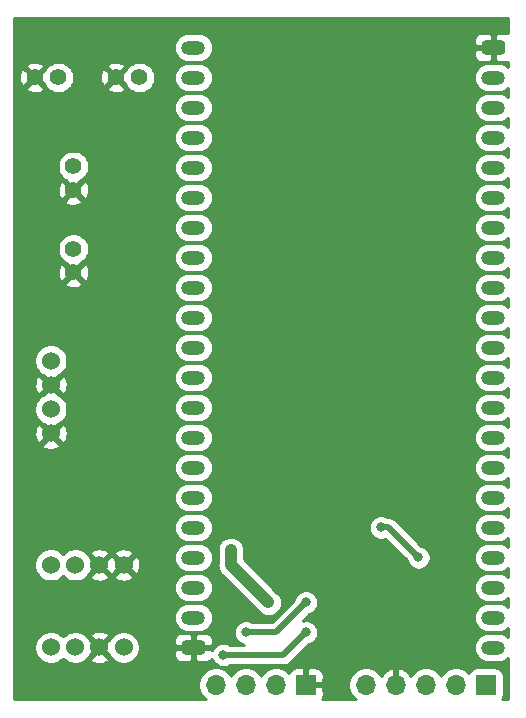
<source format=gbl>
%TF.GenerationSoftware,KiCad,Pcbnew,5.1.10*%
%TF.CreationDate,2021-12-13T09:12:43+01:00*%
%TF.ProjectId,main_board,6d61696e-5f62-46f6-9172-642e6b696361,rev?*%
%TF.SameCoordinates,Original*%
%TF.FileFunction,Copper,L2,Bot*%
%TF.FilePolarity,Positive*%
%FSLAX46Y46*%
G04 Gerber Fmt 4.6, Leading zero omitted, Abs format (unit mm)*
G04 Created by KiCad (PCBNEW 5.1.10) date 2021-12-13 09:12:43*
%MOMM*%
%LPD*%
G01*
G04 APERTURE LIST*
%TA.AperFunction,ComponentPad*%
%ADD10O,1.700000X1.700000*%
%TD*%
%TA.AperFunction,ComponentPad*%
%ADD11R,1.700000X1.700000*%
%TD*%
%TA.AperFunction,ComponentPad*%
%ADD12C,1.397000*%
%TD*%
%TA.AperFunction,ComponentPad*%
%ADD13O,2.000000X1.200000*%
%TD*%
%TA.AperFunction,ComponentPad*%
%ADD14C,1.524000*%
%TD*%
%TA.AperFunction,ViaPad*%
%ADD15C,0.800000*%
%TD*%
%TA.AperFunction,Conductor*%
%ADD16C,1.000000*%
%TD*%
%TA.AperFunction,Conductor*%
%ADD17C,0.500000*%
%TD*%
%TA.AperFunction,Conductor*%
%ADD18C,0.254000*%
%TD*%
%TA.AperFunction,Conductor*%
%ADD19C,0.100000*%
%TD*%
G04 APERTURE END LIST*
D10*
X159385000Y-111125000D03*
X161925000Y-111125000D03*
X164465000Y-111125000D03*
X167005000Y-111125000D03*
D11*
X169545000Y-111125000D03*
D12*
X133350001Y-59690000D03*
X131349999Y-59690000D03*
X134620000Y-74199998D03*
X134620000Y-76200000D03*
X134620000Y-67214998D03*
X134620000Y-69215000D03*
X140208001Y-59690000D03*
X138207999Y-59690000D03*
%TA.AperFunction,ComponentPad*%
G36*
G01*
X169483680Y-56552720D02*
X170883680Y-56552720D01*
G75*
G02*
X171183680Y-56852720I0J-300000D01*
G01*
X171183680Y-57452720D01*
G75*
G02*
X170883680Y-57752720I-300000J0D01*
G01*
X169483680Y-57752720D01*
G75*
G02*
X169183680Y-57452720I0J300000D01*
G01*
X169183680Y-56852720D01*
G75*
G02*
X169483680Y-56552720I300000J0D01*
G01*
G37*
%TD.AperFunction*%
D13*
X170183680Y-59692720D03*
X170183680Y-62232720D03*
X170183680Y-64772720D03*
X170183680Y-67312720D03*
X170183680Y-69852720D03*
X170183680Y-72392720D03*
X170183680Y-74932720D03*
X170183680Y-77472720D03*
X170183680Y-80012720D03*
X170183680Y-82552720D03*
X170183680Y-85092720D03*
X170183680Y-87632720D03*
X170183680Y-90172720D03*
X170183680Y-92712720D03*
X170183680Y-95252720D03*
X170183680Y-97792720D03*
X170183680Y-100332720D03*
X170183680Y-102872720D03*
X170183680Y-105412720D03*
X170183680Y-107952720D03*
%TA.AperFunction,ComponentPad*%
G36*
G01*
X144083680Y-107352720D02*
X145483680Y-107352720D01*
G75*
G02*
X145783680Y-107652720I0J-300000D01*
G01*
X145783680Y-108252720D01*
G75*
G02*
X145483680Y-108552720I-300000J0D01*
G01*
X144083680Y-108552720D01*
G75*
G02*
X143783680Y-108252720I0J300000D01*
G01*
X143783680Y-107652720D01*
G75*
G02*
X144083680Y-107352720I300000J0D01*
G01*
G37*
%TD.AperFunction*%
X144783680Y-105412720D03*
X144783680Y-102872720D03*
X144783680Y-100332720D03*
X144783680Y-97792720D03*
X144783680Y-95252720D03*
X144783680Y-92712720D03*
X144783680Y-90172720D03*
X144783680Y-87632720D03*
X144783680Y-85092720D03*
X144783680Y-82552720D03*
X144783680Y-80012720D03*
X144783680Y-77472720D03*
X144783680Y-74932720D03*
X144783680Y-72392720D03*
X144783680Y-69852720D03*
X144783680Y-67312720D03*
X144783680Y-64772720D03*
X144783680Y-62232720D03*
X144783680Y-59692720D03*
X144783680Y-57152720D03*
D14*
X132715000Y-100965000D03*
X134765001Y-100965000D03*
X136814999Y-100965000D03*
X138865000Y-100965000D03*
X132715000Y-107950000D03*
X134765001Y-107950000D03*
X136814999Y-107950000D03*
X138865000Y-107950000D03*
D10*
X146685000Y-111125000D03*
X149225000Y-111125000D03*
X151765000Y-111125000D03*
D11*
X154305000Y-111125000D03*
D14*
X132715000Y-83674999D03*
X132715000Y-85725000D03*
X132715000Y-87774998D03*
X132715000Y-89824999D03*
D15*
X165100000Y-84455000D03*
X159385000Y-84455000D03*
X154305000Y-84455000D03*
X165100000Y-74295000D03*
X159385000Y-74295000D03*
X154305000Y-74295000D03*
X165100000Y-79375000D03*
X159385000Y-79375000D03*
X154305000Y-79375000D03*
X165100000Y-64135000D03*
X159385000Y-64135000D03*
X154305000Y-64135000D03*
X165100000Y-69215000D03*
X159385000Y-69215000D03*
X154305000Y-69215000D03*
X165100000Y-59055000D03*
X159385000Y-59055000D03*
X154305000Y-59055000D03*
X131445000Y-63500000D03*
X137160000Y-63500000D03*
X131445000Y-67945000D03*
X131445000Y-71755000D03*
X132715000Y-78740000D03*
X136525000Y-78740000D03*
X134620000Y-81280000D03*
X135890000Y-85725000D03*
X138430000Y-85725000D03*
X135255000Y-90170000D03*
X137160000Y-90170000D03*
X142240000Y-90170000D03*
X142240000Y-93345000D03*
X135255000Y-94615000D03*
X132715000Y-94615000D03*
X132715000Y-97790000D03*
X139065000Y-97790000D03*
X141605000Y-97790000D03*
X141605000Y-100965000D03*
X141605000Y-103505000D03*
X139065000Y-103505000D03*
X135890000Y-103505000D03*
X158115000Y-106045000D03*
X160655000Y-107950000D03*
X154305000Y-99695000D03*
X159385000Y-94615000D03*
X165100000Y-89535000D03*
X154305000Y-94615000D03*
X154305000Y-89535000D03*
X159385000Y-89535000D03*
X132080000Y-56515000D03*
X138684000Y-57150000D03*
X142240000Y-62230000D03*
X141224000Y-68072000D03*
X141224000Y-72136000D03*
X142240000Y-77470000D03*
X142240000Y-82550000D03*
X138176000Y-110490000D03*
X147955000Y-99695000D03*
X151130000Y-104140000D03*
X154305000Y-104140000D03*
X149225000Y-106680000D03*
X163830000Y-100330000D03*
X160655000Y-97790000D03*
X147320000Y-108585000D03*
X154305000Y-106680000D03*
D16*
X147955000Y-99695000D02*
X147955000Y-100965000D01*
X147955000Y-100965000D02*
X151130000Y-104140000D01*
X151130000Y-104140000D02*
X151130000Y-104140000D01*
D17*
X154305000Y-104140000D02*
X154305000Y-104140000D01*
X151765000Y-106680000D02*
X154305000Y-104140000D01*
X149225000Y-106680000D02*
X151765000Y-106680000D01*
X163830000Y-100330000D02*
X161290000Y-97790000D01*
X161290000Y-97790000D02*
X160655000Y-97790000D01*
X147320000Y-108585000D02*
X152400000Y-108585000D01*
X152400000Y-108585000D02*
X154305000Y-106680000D01*
X154305000Y-106680000D02*
X154305000Y-106680000D01*
D18*
X171400001Y-55954767D02*
X171308162Y-55926908D01*
X171183680Y-55914648D01*
X170469430Y-55917720D01*
X170310680Y-56076470D01*
X170310680Y-57025720D01*
X170330680Y-57025720D01*
X170330680Y-57279720D01*
X170310680Y-57279720D01*
X170310680Y-58228970D01*
X170469430Y-58387720D01*
X171183680Y-58390792D01*
X171308162Y-58378532D01*
X171400001Y-58350673D01*
X171400001Y-58765008D01*
X171273129Y-58660887D01*
X171058581Y-58546209D01*
X170825782Y-58475590D01*
X170644345Y-58457720D01*
X169723015Y-58457720D01*
X169541578Y-58475590D01*
X169308779Y-58546209D01*
X169094231Y-58660887D01*
X168906178Y-58815218D01*
X168751847Y-59003271D01*
X168637169Y-59217819D01*
X168566550Y-59450618D01*
X168542705Y-59692720D01*
X168566550Y-59934822D01*
X168637169Y-60167621D01*
X168751847Y-60382169D01*
X168906178Y-60570222D01*
X169094231Y-60724553D01*
X169308779Y-60839231D01*
X169541578Y-60909850D01*
X169723015Y-60927720D01*
X170644345Y-60927720D01*
X170825782Y-60909850D01*
X171058581Y-60839231D01*
X171273129Y-60724553D01*
X171400001Y-60620432D01*
X171400001Y-61305008D01*
X171273129Y-61200887D01*
X171058581Y-61086209D01*
X170825782Y-61015590D01*
X170644345Y-60997720D01*
X169723015Y-60997720D01*
X169541578Y-61015590D01*
X169308779Y-61086209D01*
X169094231Y-61200887D01*
X168906178Y-61355218D01*
X168751847Y-61543271D01*
X168637169Y-61757819D01*
X168566550Y-61990618D01*
X168542705Y-62232720D01*
X168566550Y-62474822D01*
X168637169Y-62707621D01*
X168751847Y-62922169D01*
X168906178Y-63110222D01*
X169094231Y-63264553D01*
X169308779Y-63379231D01*
X169541578Y-63449850D01*
X169723015Y-63467720D01*
X170644345Y-63467720D01*
X170825782Y-63449850D01*
X171058581Y-63379231D01*
X171273129Y-63264553D01*
X171400001Y-63160432D01*
X171400001Y-63845008D01*
X171273129Y-63740887D01*
X171058581Y-63626209D01*
X170825782Y-63555590D01*
X170644345Y-63537720D01*
X169723015Y-63537720D01*
X169541578Y-63555590D01*
X169308779Y-63626209D01*
X169094231Y-63740887D01*
X168906178Y-63895218D01*
X168751847Y-64083271D01*
X168637169Y-64297819D01*
X168566550Y-64530618D01*
X168542705Y-64772720D01*
X168566550Y-65014822D01*
X168637169Y-65247621D01*
X168751847Y-65462169D01*
X168906178Y-65650222D01*
X169094231Y-65804553D01*
X169308779Y-65919231D01*
X169541578Y-65989850D01*
X169723015Y-66007720D01*
X170644345Y-66007720D01*
X170825782Y-65989850D01*
X171058581Y-65919231D01*
X171273129Y-65804553D01*
X171400001Y-65700432D01*
X171400001Y-66385008D01*
X171273129Y-66280887D01*
X171058581Y-66166209D01*
X170825782Y-66095590D01*
X170644345Y-66077720D01*
X169723015Y-66077720D01*
X169541578Y-66095590D01*
X169308779Y-66166209D01*
X169094231Y-66280887D01*
X168906178Y-66435218D01*
X168751847Y-66623271D01*
X168637169Y-66837819D01*
X168566550Y-67070618D01*
X168542705Y-67312720D01*
X168566550Y-67554822D01*
X168637169Y-67787621D01*
X168751847Y-68002169D01*
X168906178Y-68190222D01*
X169094231Y-68344553D01*
X169308779Y-68459231D01*
X169541578Y-68529850D01*
X169723015Y-68547720D01*
X170644345Y-68547720D01*
X170825782Y-68529850D01*
X171058581Y-68459231D01*
X171273129Y-68344553D01*
X171400001Y-68240432D01*
X171400001Y-68925008D01*
X171273129Y-68820887D01*
X171058581Y-68706209D01*
X170825782Y-68635590D01*
X170644345Y-68617720D01*
X169723015Y-68617720D01*
X169541578Y-68635590D01*
X169308779Y-68706209D01*
X169094231Y-68820887D01*
X168906178Y-68975218D01*
X168751847Y-69163271D01*
X168637169Y-69377819D01*
X168566550Y-69610618D01*
X168542705Y-69852720D01*
X168566550Y-70094822D01*
X168637169Y-70327621D01*
X168751847Y-70542169D01*
X168906178Y-70730222D01*
X169094231Y-70884553D01*
X169308779Y-70999231D01*
X169541578Y-71069850D01*
X169723015Y-71087720D01*
X170644345Y-71087720D01*
X170825782Y-71069850D01*
X171058581Y-70999231D01*
X171273129Y-70884553D01*
X171400001Y-70780432D01*
X171400001Y-71465008D01*
X171273129Y-71360887D01*
X171058581Y-71246209D01*
X170825782Y-71175590D01*
X170644345Y-71157720D01*
X169723015Y-71157720D01*
X169541578Y-71175590D01*
X169308779Y-71246209D01*
X169094231Y-71360887D01*
X168906178Y-71515218D01*
X168751847Y-71703271D01*
X168637169Y-71917819D01*
X168566550Y-72150618D01*
X168542705Y-72392720D01*
X168566550Y-72634822D01*
X168637169Y-72867621D01*
X168751847Y-73082169D01*
X168906178Y-73270222D01*
X169094231Y-73424553D01*
X169308779Y-73539231D01*
X169541578Y-73609850D01*
X169723015Y-73627720D01*
X170644345Y-73627720D01*
X170825782Y-73609850D01*
X171058581Y-73539231D01*
X171273129Y-73424553D01*
X171400001Y-73320432D01*
X171400001Y-74005008D01*
X171273129Y-73900887D01*
X171058581Y-73786209D01*
X170825782Y-73715590D01*
X170644345Y-73697720D01*
X169723015Y-73697720D01*
X169541578Y-73715590D01*
X169308779Y-73786209D01*
X169094231Y-73900887D01*
X168906178Y-74055218D01*
X168751847Y-74243271D01*
X168637169Y-74457819D01*
X168566550Y-74690618D01*
X168542705Y-74932720D01*
X168566550Y-75174822D01*
X168637169Y-75407621D01*
X168751847Y-75622169D01*
X168906178Y-75810222D01*
X169094231Y-75964553D01*
X169308779Y-76079231D01*
X169541578Y-76149850D01*
X169723015Y-76167720D01*
X170644345Y-76167720D01*
X170825782Y-76149850D01*
X171058581Y-76079231D01*
X171273129Y-75964553D01*
X171400001Y-75860432D01*
X171400001Y-76545008D01*
X171273129Y-76440887D01*
X171058581Y-76326209D01*
X170825782Y-76255590D01*
X170644345Y-76237720D01*
X169723015Y-76237720D01*
X169541578Y-76255590D01*
X169308779Y-76326209D01*
X169094231Y-76440887D01*
X168906178Y-76595218D01*
X168751847Y-76783271D01*
X168637169Y-76997819D01*
X168566550Y-77230618D01*
X168542705Y-77472720D01*
X168566550Y-77714822D01*
X168637169Y-77947621D01*
X168751847Y-78162169D01*
X168906178Y-78350222D01*
X169094231Y-78504553D01*
X169308779Y-78619231D01*
X169541578Y-78689850D01*
X169723015Y-78707720D01*
X170644345Y-78707720D01*
X170825782Y-78689850D01*
X171058581Y-78619231D01*
X171273129Y-78504553D01*
X171400001Y-78400432D01*
X171400001Y-79085008D01*
X171273129Y-78980887D01*
X171058581Y-78866209D01*
X170825782Y-78795590D01*
X170644345Y-78777720D01*
X169723015Y-78777720D01*
X169541578Y-78795590D01*
X169308779Y-78866209D01*
X169094231Y-78980887D01*
X168906178Y-79135218D01*
X168751847Y-79323271D01*
X168637169Y-79537819D01*
X168566550Y-79770618D01*
X168542705Y-80012720D01*
X168566550Y-80254822D01*
X168637169Y-80487621D01*
X168751847Y-80702169D01*
X168906178Y-80890222D01*
X169094231Y-81044553D01*
X169308779Y-81159231D01*
X169541578Y-81229850D01*
X169723015Y-81247720D01*
X170644345Y-81247720D01*
X170825782Y-81229850D01*
X171058581Y-81159231D01*
X171273129Y-81044553D01*
X171400001Y-80940432D01*
X171400001Y-81625008D01*
X171273129Y-81520887D01*
X171058581Y-81406209D01*
X170825782Y-81335590D01*
X170644345Y-81317720D01*
X169723015Y-81317720D01*
X169541578Y-81335590D01*
X169308779Y-81406209D01*
X169094231Y-81520887D01*
X168906178Y-81675218D01*
X168751847Y-81863271D01*
X168637169Y-82077819D01*
X168566550Y-82310618D01*
X168542705Y-82552720D01*
X168566550Y-82794822D01*
X168637169Y-83027621D01*
X168751847Y-83242169D01*
X168906178Y-83430222D01*
X169094231Y-83584553D01*
X169308779Y-83699231D01*
X169541578Y-83769850D01*
X169723015Y-83787720D01*
X170644345Y-83787720D01*
X170825782Y-83769850D01*
X171058581Y-83699231D01*
X171273129Y-83584553D01*
X171400001Y-83480432D01*
X171400000Y-84165008D01*
X171273129Y-84060887D01*
X171058581Y-83946209D01*
X170825782Y-83875590D01*
X170644345Y-83857720D01*
X169723015Y-83857720D01*
X169541578Y-83875590D01*
X169308779Y-83946209D01*
X169094231Y-84060887D01*
X168906178Y-84215218D01*
X168751847Y-84403271D01*
X168637169Y-84617819D01*
X168566550Y-84850618D01*
X168542705Y-85092720D01*
X168566550Y-85334822D01*
X168637169Y-85567621D01*
X168751847Y-85782169D01*
X168906178Y-85970222D01*
X169094231Y-86124553D01*
X169308779Y-86239231D01*
X169541578Y-86309850D01*
X169723015Y-86327720D01*
X170644345Y-86327720D01*
X170825782Y-86309850D01*
X171058581Y-86239231D01*
X171273129Y-86124553D01*
X171400000Y-86020432D01*
X171400000Y-86705008D01*
X171273129Y-86600887D01*
X171058581Y-86486209D01*
X170825782Y-86415590D01*
X170644345Y-86397720D01*
X169723015Y-86397720D01*
X169541578Y-86415590D01*
X169308779Y-86486209D01*
X169094231Y-86600887D01*
X168906178Y-86755218D01*
X168751847Y-86943271D01*
X168637169Y-87157819D01*
X168566550Y-87390618D01*
X168542705Y-87632720D01*
X168566550Y-87874822D01*
X168637169Y-88107621D01*
X168751847Y-88322169D01*
X168906178Y-88510222D01*
X169094231Y-88664553D01*
X169308779Y-88779231D01*
X169541578Y-88849850D01*
X169723015Y-88867720D01*
X170644345Y-88867720D01*
X170825782Y-88849850D01*
X171058581Y-88779231D01*
X171273129Y-88664553D01*
X171400000Y-88560432D01*
X171400000Y-89245008D01*
X171273129Y-89140887D01*
X171058581Y-89026209D01*
X170825782Y-88955590D01*
X170644345Y-88937720D01*
X169723015Y-88937720D01*
X169541578Y-88955590D01*
X169308779Y-89026209D01*
X169094231Y-89140887D01*
X168906178Y-89295218D01*
X168751847Y-89483271D01*
X168637169Y-89697819D01*
X168566550Y-89930618D01*
X168542705Y-90172720D01*
X168566550Y-90414822D01*
X168637169Y-90647621D01*
X168751847Y-90862169D01*
X168906178Y-91050222D01*
X169094231Y-91204553D01*
X169308779Y-91319231D01*
X169541578Y-91389850D01*
X169723015Y-91407720D01*
X170644345Y-91407720D01*
X170825782Y-91389850D01*
X171058581Y-91319231D01*
X171273129Y-91204553D01*
X171400000Y-91100432D01*
X171400000Y-91785008D01*
X171273129Y-91680887D01*
X171058581Y-91566209D01*
X170825782Y-91495590D01*
X170644345Y-91477720D01*
X169723015Y-91477720D01*
X169541578Y-91495590D01*
X169308779Y-91566209D01*
X169094231Y-91680887D01*
X168906178Y-91835218D01*
X168751847Y-92023271D01*
X168637169Y-92237819D01*
X168566550Y-92470618D01*
X168542705Y-92712720D01*
X168566550Y-92954822D01*
X168637169Y-93187621D01*
X168751847Y-93402169D01*
X168906178Y-93590222D01*
X169094231Y-93744553D01*
X169308779Y-93859231D01*
X169541578Y-93929850D01*
X169723015Y-93947720D01*
X170644345Y-93947720D01*
X170825782Y-93929850D01*
X171058581Y-93859231D01*
X171273129Y-93744553D01*
X171400000Y-93640432D01*
X171400000Y-94325008D01*
X171273129Y-94220887D01*
X171058581Y-94106209D01*
X170825782Y-94035590D01*
X170644345Y-94017720D01*
X169723015Y-94017720D01*
X169541578Y-94035590D01*
X169308779Y-94106209D01*
X169094231Y-94220887D01*
X168906178Y-94375218D01*
X168751847Y-94563271D01*
X168637169Y-94777819D01*
X168566550Y-95010618D01*
X168542705Y-95252720D01*
X168566550Y-95494822D01*
X168637169Y-95727621D01*
X168751847Y-95942169D01*
X168906178Y-96130222D01*
X169094231Y-96284553D01*
X169308779Y-96399231D01*
X169541578Y-96469850D01*
X169723015Y-96487720D01*
X170644345Y-96487720D01*
X170825782Y-96469850D01*
X171058581Y-96399231D01*
X171273129Y-96284553D01*
X171400000Y-96180433D01*
X171400000Y-96865007D01*
X171273129Y-96760887D01*
X171058581Y-96646209D01*
X170825782Y-96575590D01*
X170644345Y-96557720D01*
X169723015Y-96557720D01*
X169541578Y-96575590D01*
X169308779Y-96646209D01*
X169094231Y-96760887D01*
X168906178Y-96915218D01*
X168751847Y-97103271D01*
X168637169Y-97317819D01*
X168566550Y-97550618D01*
X168542705Y-97792720D01*
X168566550Y-98034822D01*
X168637169Y-98267621D01*
X168751847Y-98482169D01*
X168906178Y-98670222D01*
X169094231Y-98824553D01*
X169308779Y-98939231D01*
X169541578Y-99009850D01*
X169723015Y-99027720D01*
X170644345Y-99027720D01*
X170825782Y-99009850D01*
X171058581Y-98939231D01*
X171273129Y-98824553D01*
X171400000Y-98720433D01*
X171400000Y-99405007D01*
X171273129Y-99300887D01*
X171058581Y-99186209D01*
X170825782Y-99115590D01*
X170644345Y-99097720D01*
X169723015Y-99097720D01*
X169541578Y-99115590D01*
X169308779Y-99186209D01*
X169094231Y-99300887D01*
X168906178Y-99455218D01*
X168751847Y-99643271D01*
X168637169Y-99857819D01*
X168566550Y-100090618D01*
X168542705Y-100332720D01*
X168566550Y-100574822D01*
X168637169Y-100807621D01*
X168751847Y-101022169D01*
X168906178Y-101210222D01*
X169094231Y-101364553D01*
X169308779Y-101479231D01*
X169541578Y-101549850D01*
X169723015Y-101567720D01*
X170644345Y-101567720D01*
X170825782Y-101549850D01*
X171058581Y-101479231D01*
X171273129Y-101364553D01*
X171400000Y-101260433D01*
X171400000Y-101945007D01*
X171273129Y-101840887D01*
X171058581Y-101726209D01*
X170825782Y-101655590D01*
X170644345Y-101637720D01*
X169723015Y-101637720D01*
X169541578Y-101655590D01*
X169308779Y-101726209D01*
X169094231Y-101840887D01*
X168906178Y-101995218D01*
X168751847Y-102183271D01*
X168637169Y-102397819D01*
X168566550Y-102630618D01*
X168542705Y-102872720D01*
X168566550Y-103114822D01*
X168637169Y-103347621D01*
X168751847Y-103562169D01*
X168906178Y-103750222D01*
X169094231Y-103904553D01*
X169308779Y-104019231D01*
X169541578Y-104089850D01*
X169723015Y-104107720D01*
X170644345Y-104107720D01*
X170825782Y-104089850D01*
X171058581Y-104019231D01*
X171273129Y-103904553D01*
X171400000Y-103800433D01*
X171400000Y-104485007D01*
X171273129Y-104380887D01*
X171058581Y-104266209D01*
X170825782Y-104195590D01*
X170644345Y-104177720D01*
X169723015Y-104177720D01*
X169541578Y-104195590D01*
X169308779Y-104266209D01*
X169094231Y-104380887D01*
X168906178Y-104535218D01*
X168751847Y-104723271D01*
X168637169Y-104937819D01*
X168566550Y-105170618D01*
X168542705Y-105412720D01*
X168566550Y-105654822D01*
X168637169Y-105887621D01*
X168751847Y-106102169D01*
X168906178Y-106290222D01*
X169094231Y-106444553D01*
X169308779Y-106559231D01*
X169541578Y-106629850D01*
X169723015Y-106647720D01*
X170644345Y-106647720D01*
X170825782Y-106629850D01*
X171058581Y-106559231D01*
X171273129Y-106444553D01*
X171400000Y-106340433D01*
X171400000Y-107025007D01*
X171273129Y-106920887D01*
X171058581Y-106806209D01*
X170825782Y-106735590D01*
X170644345Y-106717720D01*
X169723015Y-106717720D01*
X169541578Y-106735590D01*
X169308779Y-106806209D01*
X169094231Y-106920887D01*
X168906178Y-107075218D01*
X168751847Y-107263271D01*
X168637169Y-107477819D01*
X168566550Y-107710618D01*
X168542705Y-107952720D01*
X168566550Y-108194822D01*
X168637169Y-108427621D01*
X168751847Y-108642169D01*
X168906178Y-108830222D01*
X169094231Y-108984553D01*
X169308779Y-109099231D01*
X169541578Y-109169850D01*
X169723015Y-109187720D01*
X170644345Y-109187720D01*
X170825782Y-109169850D01*
X171058581Y-109099231D01*
X171273129Y-108984553D01*
X171400000Y-108880433D01*
X171400000Y-112345000D01*
X170912812Y-112345000D01*
X170925537Y-112329494D01*
X170984502Y-112219180D01*
X171020812Y-112099482D01*
X171033072Y-111975000D01*
X171033072Y-110275000D01*
X171020812Y-110150518D01*
X170984502Y-110030820D01*
X170925537Y-109920506D01*
X170846185Y-109823815D01*
X170749494Y-109744463D01*
X170639180Y-109685498D01*
X170519482Y-109649188D01*
X170395000Y-109636928D01*
X168695000Y-109636928D01*
X168570518Y-109649188D01*
X168450820Y-109685498D01*
X168340506Y-109744463D01*
X168243815Y-109823815D01*
X168164463Y-109920506D01*
X168105498Y-110030820D01*
X168083487Y-110103380D01*
X167951632Y-109971525D01*
X167708411Y-109809010D01*
X167438158Y-109697068D01*
X167151260Y-109640000D01*
X166858740Y-109640000D01*
X166571842Y-109697068D01*
X166301589Y-109809010D01*
X166058368Y-109971525D01*
X165851525Y-110178368D01*
X165735000Y-110352760D01*
X165618475Y-110178368D01*
X165411632Y-109971525D01*
X165168411Y-109809010D01*
X164898158Y-109697068D01*
X164611260Y-109640000D01*
X164318740Y-109640000D01*
X164031842Y-109697068D01*
X163761589Y-109809010D01*
X163518368Y-109971525D01*
X163311525Y-110178368D01*
X163189805Y-110360534D01*
X163120178Y-110243645D01*
X162925269Y-110027412D01*
X162691920Y-109853359D01*
X162429099Y-109728175D01*
X162281890Y-109683524D01*
X162052000Y-109804845D01*
X162052000Y-110998000D01*
X162072000Y-110998000D01*
X162072000Y-111252000D01*
X162052000Y-111252000D01*
X162052000Y-111272000D01*
X161798000Y-111272000D01*
X161798000Y-111252000D01*
X161778000Y-111252000D01*
X161778000Y-110998000D01*
X161798000Y-110998000D01*
X161798000Y-109804845D01*
X161568110Y-109683524D01*
X161420901Y-109728175D01*
X161158080Y-109853359D01*
X160924731Y-110027412D01*
X160729822Y-110243645D01*
X160660195Y-110360534D01*
X160538475Y-110178368D01*
X160331632Y-109971525D01*
X160088411Y-109809010D01*
X159818158Y-109697068D01*
X159531260Y-109640000D01*
X159238740Y-109640000D01*
X158951842Y-109697068D01*
X158681589Y-109809010D01*
X158438368Y-109971525D01*
X158231525Y-110178368D01*
X158069010Y-110421589D01*
X157957068Y-110691842D01*
X157900000Y-110978740D01*
X157900000Y-111271260D01*
X157957068Y-111558158D01*
X158069010Y-111828411D01*
X158231525Y-112071632D01*
X158438368Y-112278475D01*
X158537930Y-112345000D01*
X155672812Y-112345000D01*
X155685537Y-112329494D01*
X155744502Y-112219180D01*
X155780812Y-112099482D01*
X155793072Y-111975000D01*
X155790000Y-111410750D01*
X155631250Y-111252000D01*
X154432000Y-111252000D01*
X154432000Y-111272000D01*
X154178000Y-111272000D01*
X154178000Y-111252000D01*
X154158000Y-111252000D01*
X154158000Y-110998000D01*
X154178000Y-110998000D01*
X154178000Y-109798750D01*
X154432000Y-109798750D01*
X154432000Y-110998000D01*
X155631250Y-110998000D01*
X155790000Y-110839250D01*
X155793072Y-110275000D01*
X155780812Y-110150518D01*
X155744502Y-110030820D01*
X155685537Y-109920506D01*
X155606185Y-109823815D01*
X155509494Y-109744463D01*
X155399180Y-109685498D01*
X155279482Y-109649188D01*
X155155000Y-109636928D01*
X154590750Y-109640000D01*
X154432000Y-109798750D01*
X154178000Y-109798750D01*
X154019250Y-109640000D01*
X153455000Y-109636928D01*
X153330518Y-109649188D01*
X153210820Y-109685498D01*
X153100506Y-109744463D01*
X153003815Y-109823815D01*
X152924463Y-109920506D01*
X152865498Y-110030820D01*
X152843487Y-110103380D01*
X152711632Y-109971525D01*
X152468411Y-109809010D01*
X152198158Y-109697068D01*
X151911260Y-109640000D01*
X151618740Y-109640000D01*
X151331842Y-109697068D01*
X151061589Y-109809010D01*
X150818368Y-109971525D01*
X150611525Y-110178368D01*
X150495000Y-110352760D01*
X150378475Y-110178368D01*
X150171632Y-109971525D01*
X149928411Y-109809010D01*
X149658158Y-109697068D01*
X149371260Y-109640000D01*
X149078740Y-109640000D01*
X148791842Y-109697068D01*
X148521589Y-109809010D01*
X148278368Y-109971525D01*
X148071525Y-110178368D01*
X147955000Y-110352760D01*
X147838475Y-110178368D01*
X147631632Y-109971525D01*
X147388411Y-109809010D01*
X147118158Y-109697068D01*
X146831260Y-109640000D01*
X146538740Y-109640000D01*
X146251842Y-109697068D01*
X145981589Y-109809010D01*
X145738368Y-109971525D01*
X145531525Y-110178368D01*
X145369010Y-110421589D01*
X145257068Y-110691842D01*
X145200000Y-110978740D01*
X145200000Y-111271260D01*
X145257068Y-111558158D01*
X145369010Y-111828411D01*
X145531525Y-112071632D01*
X145738368Y-112278475D01*
X145837930Y-112345000D01*
X129590000Y-112345000D01*
X129590000Y-107812408D01*
X131318000Y-107812408D01*
X131318000Y-108087592D01*
X131371686Y-108357490D01*
X131476995Y-108611727D01*
X131629880Y-108840535D01*
X131824465Y-109035120D01*
X132053273Y-109188005D01*
X132307510Y-109293314D01*
X132577408Y-109347000D01*
X132852592Y-109347000D01*
X133122490Y-109293314D01*
X133376727Y-109188005D01*
X133605535Y-109035120D01*
X133740001Y-108900655D01*
X133874466Y-109035120D01*
X134103274Y-109188005D01*
X134357511Y-109293314D01*
X134627409Y-109347000D01*
X134902593Y-109347000D01*
X135172491Y-109293314D01*
X135426728Y-109188005D01*
X135655536Y-109035120D01*
X135775091Y-108915565D01*
X136029039Y-108915565D01*
X136096019Y-109155656D01*
X136345047Y-109272756D01*
X136612134Y-109339023D01*
X136887016Y-109351910D01*
X137159132Y-109310922D01*
X137418022Y-109217636D01*
X137533979Y-109155656D01*
X137600959Y-108915565D01*
X136814999Y-108129605D01*
X136029039Y-108915565D01*
X135775091Y-108915565D01*
X135850121Y-108840535D01*
X136003006Y-108611727D01*
X136023752Y-108561642D01*
X136635394Y-107950000D01*
X136994604Y-107950000D01*
X137606251Y-108561647D01*
X137626995Y-108611727D01*
X137779880Y-108840535D01*
X137974465Y-109035120D01*
X138203273Y-109188005D01*
X138457510Y-109293314D01*
X138727408Y-109347000D01*
X139002592Y-109347000D01*
X139272490Y-109293314D01*
X139526727Y-109188005D01*
X139755535Y-109035120D01*
X139950120Y-108840535D01*
X140103005Y-108611727D01*
X140127446Y-108552720D01*
X143145608Y-108552720D01*
X143157868Y-108677202D01*
X143194178Y-108796900D01*
X143253143Y-108907214D01*
X143332495Y-109003905D01*
X143429186Y-109083257D01*
X143539500Y-109142222D01*
X143659198Y-109178532D01*
X143783680Y-109190792D01*
X144497930Y-109187720D01*
X144656680Y-109028970D01*
X144656680Y-108079720D01*
X144910680Y-108079720D01*
X144910680Y-109028970D01*
X145069430Y-109187720D01*
X145783680Y-109190792D01*
X145908162Y-109178532D01*
X146027860Y-109142222D01*
X146138174Y-109083257D01*
X146234865Y-109003905D01*
X146314217Y-108907214D01*
X146324906Y-108887217D01*
X146402795Y-109075256D01*
X146516063Y-109244774D01*
X146660226Y-109388937D01*
X146829744Y-109502205D01*
X147018102Y-109580226D01*
X147218061Y-109620000D01*
X147421939Y-109620000D01*
X147621898Y-109580226D01*
X147810256Y-109502205D01*
X147858454Y-109470000D01*
X152356531Y-109470000D01*
X152400000Y-109474281D01*
X152443469Y-109470000D01*
X152443477Y-109470000D01*
X152573490Y-109457195D01*
X152740313Y-109406589D01*
X152894059Y-109324411D01*
X153028817Y-109213817D01*
X153056534Y-109180044D01*
X154550044Y-107686535D01*
X154606898Y-107675226D01*
X154795256Y-107597205D01*
X154964774Y-107483937D01*
X155108937Y-107339774D01*
X155222205Y-107170256D01*
X155300226Y-106981898D01*
X155340000Y-106781939D01*
X155340000Y-106578061D01*
X155300226Y-106378102D01*
X155222205Y-106189744D01*
X155108937Y-106020226D01*
X154964774Y-105876063D01*
X154795256Y-105762795D01*
X154606898Y-105684774D01*
X154406939Y-105645000D01*
X154203061Y-105645000D01*
X154013966Y-105682613D01*
X154550044Y-105146535D01*
X154606898Y-105135226D01*
X154795256Y-105057205D01*
X154964774Y-104943937D01*
X155108937Y-104799774D01*
X155222205Y-104630256D01*
X155300226Y-104441898D01*
X155340000Y-104241939D01*
X155340000Y-104038061D01*
X155300226Y-103838102D01*
X155222205Y-103649744D01*
X155108937Y-103480226D01*
X154964774Y-103336063D01*
X154795256Y-103222795D01*
X154606898Y-103144774D01*
X154406939Y-103105000D01*
X154203061Y-103105000D01*
X154003102Y-103144774D01*
X153814744Y-103222795D01*
X153645226Y-103336063D01*
X153501063Y-103480226D01*
X153387795Y-103649744D01*
X153309774Y-103838102D01*
X153298465Y-103894956D01*
X151398422Y-105795000D01*
X149763454Y-105795000D01*
X149715256Y-105762795D01*
X149526898Y-105684774D01*
X149326939Y-105645000D01*
X149123061Y-105645000D01*
X148923102Y-105684774D01*
X148734744Y-105762795D01*
X148565226Y-105876063D01*
X148421063Y-106020226D01*
X148307795Y-106189744D01*
X148229774Y-106378102D01*
X148190000Y-106578061D01*
X148190000Y-106781939D01*
X148229774Y-106981898D01*
X148307795Y-107170256D01*
X148421063Y-107339774D01*
X148565226Y-107483937D01*
X148734744Y-107597205D01*
X148923102Y-107675226D01*
X149047650Y-107700000D01*
X147858454Y-107700000D01*
X147810256Y-107667795D01*
X147621898Y-107589774D01*
X147421939Y-107550000D01*
X147218061Y-107550000D01*
X147018102Y-107589774D01*
X146829744Y-107667795D01*
X146660226Y-107781063D01*
X146516063Y-107925226D01*
X146402795Y-108094744D01*
X146365351Y-108185141D01*
X146259930Y-108079720D01*
X144910680Y-108079720D01*
X144656680Y-108079720D01*
X143307430Y-108079720D01*
X143148680Y-108238470D01*
X143145608Y-108552720D01*
X140127446Y-108552720D01*
X140208314Y-108357490D01*
X140262000Y-108087592D01*
X140262000Y-107812408D01*
X140208314Y-107542510D01*
X140129700Y-107352720D01*
X143145608Y-107352720D01*
X143148680Y-107666970D01*
X143307430Y-107825720D01*
X144656680Y-107825720D01*
X144656680Y-106876470D01*
X144910680Y-106876470D01*
X144910680Y-107825720D01*
X146259930Y-107825720D01*
X146418680Y-107666970D01*
X146421752Y-107352720D01*
X146409492Y-107228238D01*
X146373182Y-107108540D01*
X146314217Y-106998226D01*
X146234865Y-106901535D01*
X146138174Y-106822183D01*
X146027860Y-106763218D01*
X145908162Y-106726908D01*
X145783680Y-106714648D01*
X145069430Y-106717720D01*
X144910680Y-106876470D01*
X144656680Y-106876470D01*
X144497930Y-106717720D01*
X143783680Y-106714648D01*
X143659198Y-106726908D01*
X143539500Y-106763218D01*
X143429186Y-106822183D01*
X143332495Y-106901535D01*
X143253143Y-106998226D01*
X143194178Y-107108540D01*
X143157868Y-107228238D01*
X143145608Y-107352720D01*
X140129700Y-107352720D01*
X140103005Y-107288273D01*
X139950120Y-107059465D01*
X139755535Y-106864880D01*
X139526727Y-106711995D01*
X139272490Y-106606686D01*
X139002592Y-106553000D01*
X138727408Y-106553000D01*
X138457510Y-106606686D01*
X138203273Y-106711995D01*
X137974465Y-106864880D01*
X137779880Y-107059465D01*
X137626995Y-107288273D01*
X137606251Y-107338353D01*
X136994604Y-107950000D01*
X136635394Y-107950000D01*
X136023752Y-107338358D01*
X136003006Y-107288273D01*
X135850121Y-107059465D01*
X135775091Y-106984435D01*
X136029039Y-106984435D01*
X136814999Y-107770395D01*
X137600959Y-106984435D01*
X137533979Y-106744344D01*
X137284951Y-106627244D01*
X137017864Y-106560977D01*
X136742982Y-106548090D01*
X136470866Y-106589078D01*
X136211976Y-106682364D01*
X136096019Y-106744344D01*
X136029039Y-106984435D01*
X135775091Y-106984435D01*
X135655536Y-106864880D01*
X135426728Y-106711995D01*
X135172491Y-106606686D01*
X134902593Y-106553000D01*
X134627409Y-106553000D01*
X134357511Y-106606686D01*
X134103274Y-106711995D01*
X133874466Y-106864880D01*
X133740001Y-106999346D01*
X133605535Y-106864880D01*
X133376727Y-106711995D01*
X133122490Y-106606686D01*
X132852592Y-106553000D01*
X132577408Y-106553000D01*
X132307510Y-106606686D01*
X132053273Y-106711995D01*
X131824465Y-106864880D01*
X131629880Y-107059465D01*
X131476995Y-107288273D01*
X131371686Y-107542510D01*
X131318000Y-107812408D01*
X129590000Y-107812408D01*
X129590000Y-105412720D01*
X143142705Y-105412720D01*
X143166550Y-105654822D01*
X143237169Y-105887621D01*
X143351847Y-106102169D01*
X143506178Y-106290222D01*
X143694231Y-106444553D01*
X143908779Y-106559231D01*
X144141578Y-106629850D01*
X144323015Y-106647720D01*
X145244345Y-106647720D01*
X145425782Y-106629850D01*
X145658581Y-106559231D01*
X145873129Y-106444553D01*
X146061182Y-106290222D01*
X146215513Y-106102169D01*
X146330191Y-105887621D01*
X146400810Y-105654822D01*
X146424655Y-105412720D01*
X146400810Y-105170618D01*
X146330191Y-104937819D01*
X146215513Y-104723271D01*
X146061182Y-104535218D01*
X145873129Y-104380887D01*
X145658581Y-104266209D01*
X145425782Y-104195590D01*
X145244345Y-104177720D01*
X144323015Y-104177720D01*
X144141578Y-104195590D01*
X143908779Y-104266209D01*
X143694231Y-104380887D01*
X143506178Y-104535218D01*
X143351847Y-104723271D01*
X143237169Y-104937819D01*
X143166550Y-105170618D01*
X143142705Y-105412720D01*
X129590000Y-105412720D01*
X129590000Y-102872720D01*
X143142705Y-102872720D01*
X143166550Y-103114822D01*
X143237169Y-103347621D01*
X143351847Y-103562169D01*
X143506178Y-103750222D01*
X143694231Y-103904553D01*
X143908779Y-104019231D01*
X144141578Y-104089850D01*
X144323015Y-104107720D01*
X145244345Y-104107720D01*
X145425782Y-104089850D01*
X145658581Y-104019231D01*
X145873129Y-103904553D01*
X146061182Y-103750222D01*
X146215513Y-103562169D01*
X146330191Y-103347621D01*
X146400810Y-103114822D01*
X146424655Y-102872720D01*
X146400810Y-102630618D01*
X146330191Y-102397819D01*
X146215513Y-102183271D01*
X146061182Y-101995218D01*
X145873129Y-101840887D01*
X145658581Y-101726209D01*
X145425782Y-101655590D01*
X145244345Y-101637720D01*
X144323015Y-101637720D01*
X144141578Y-101655590D01*
X143908779Y-101726209D01*
X143694231Y-101840887D01*
X143506178Y-101995218D01*
X143351847Y-102183271D01*
X143237169Y-102397819D01*
X143166550Y-102630618D01*
X143142705Y-102872720D01*
X129590000Y-102872720D01*
X129590000Y-100827408D01*
X131318000Y-100827408D01*
X131318000Y-101102592D01*
X131371686Y-101372490D01*
X131476995Y-101626727D01*
X131629880Y-101855535D01*
X131824465Y-102050120D01*
X132053273Y-102203005D01*
X132307510Y-102308314D01*
X132577408Y-102362000D01*
X132852592Y-102362000D01*
X133122490Y-102308314D01*
X133376727Y-102203005D01*
X133605535Y-102050120D01*
X133740001Y-101915655D01*
X133874466Y-102050120D01*
X134103274Y-102203005D01*
X134357511Y-102308314D01*
X134627409Y-102362000D01*
X134902593Y-102362000D01*
X135172491Y-102308314D01*
X135426728Y-102203005D01*
X135655536Y-102050120D01*
X135775091Y-101930565D01*
X136029039Y-101930565D01*
X136096019Y-102170656D01*
X136345047Y-102287756D01*
X136612134Y-102354023D01*
X136887016Y-102366910D01*
X137159132Y-102325922D01*
X137418022Y-102232636D01*
X137533979Y-102170656D01*
X137600959Y-101930565D01*
X138079040Y-101930565D01*
X138146020Y-102170656D01*
X138395048Y-102287756D01*
X138662135Y-102354023D01*
X138937017Y-102366910D01*
X139209133Y-102325922D01*
X139468023Y-102232636D01*
X139583980Y-102170656D01*
X139650960Y-101930565D01*
X138865000Y-101144605D01*
X138079040Y-101930565D01*
X137600959Y-101930565D01*
X136814999Y-101144605D01*
X136029039Y-101930565D01*
X135775091Y-101930565D01*
X135850121Y-101855535D01*
X136003006Y-101626727D01*
X136023752Y-101576642D01*
X136635394Y-100965000D01*
X136994604Y-100965000D01*
X137597216Y-101567612D01*
X137597364Y-101568023D01*
X137659344Y-101683980D01*
X137734571Y-101704967D01*
X137780564Y-101750960D01*
X137840000Y-101734379D01*
X137899435Y-101750960D01*
X137945428Y-101704967D01*
X138020655Y-101683980D01*
X138068799Y-101581596D01*
X138685395Y-100965000D01*
X139044605Y-100965000D01*
X139830565Y-101750960D01*
X140070656Y-101683980D01*
X140187756Y-101434952D01*
X140254023Y-101167865D01*
X140266910Y-100892983D01*
X140225922Y-100620867D01*
X140132636Y-100361977D01*
X140116998Y-100332720D01*
X143142705Y-100332720D01*
X143166550Y-100574822D01*
X143237169Y-100807621D01*
X143351847Y-101022169D01*
X143506178Y-101210222D01*
X143694231Y-101364553D01*
X143908779Y-101479231D01*
X144141578Y-101549850D01*
X144323015Y-101567720D01*
X145244345Y-101567720D01*
X145425782Y-101549850D01*
X145658581Y-101479231D01*
X145873129Y-101364553D01*
X146061182Y-101210222D01*
X146215513Y-101022169D01*
X146246070Y-100965000D01*
X146814509Y-100965000D01*
X146820000Y-101020751D01*
X146820000Y-101020752D01*
X146836423Y-101187499D01*
X146901324Y-101401447D01*
X147006717Y-101598623D01*
X147148552Y-101771449D01*
X147191860Y-101806991D01*
X150288009Y-104903141D01*
X150323551Y-104946449D01*
X150496377Y-105088284D01*
X150693553Y-105193676D01*
X150907501Y-105258577D01*
X151129999Y-105280491D01*
X151185751Y-105275000D01*
X151185752Y-105275000D01*
X151352499Y-105258577D01*
X151566447Y-105193676D01*
X151763623Y-105088284D01*
X151936449Y-104946449D01*
X152078284Y-104773623D01*
X152183676Y-104576447D01*
X152248577Y-104362499D01*
X152270491Y-104140000D01*
X152248577Y-103917501D01*
X152183676Y-103703553D01*
X152078284Y-103506377D01*
X151936449Y-103333551D01*
X151893141Y-103298009D01*
X149090000Y-100494869D01*
X149090000Y-99639248D01*
X149073577Y-99472501D01*
X149008676Y-99258553D01*
X148903284Y-99061377D01*
X148761449Y-98888551D01*
X148588623Y-98746716D01*
X148391446Y-98641324D01*
X148177498Y-98576423D01*
X147955000Y-98554509D01*
X147732501Y-98576423D01*
X147518553Y-98641324D01*
X147321377Y-98746716D01*
X147148551Y-98888551D01*
X147006716Y-99061377D01*
X146901324Y-99258554D01*
X146836423Y-99472502D01*
X146820000Y-99639249D01*
X146820000Y-100909249D01*
X146814509Y-100965000D01*
X146246070Y-100965000D01*
X146330191Y-100807621D01*
X146400810Y-100574822D01*
X146424655Y-100332720D01*
X146400810Y-100090618D01*
X146330191Y-99857819D01*
X146215513Y-99643271D01*
X146061182Y-99455218D01*
X145873129Y-99300887D01*
X145658581Y-99186209D01*
X145425782Y-99115590D01*
X145244345Y-99097720D01*
X144323015Y-99097720D01*
X144141578Y-99115590D01*
X143908779Y-99186209D01*
X143694231Y-99300887D01*
X143506178Y-99455218D01*
X143351847Y-99643271D01*
X143237169Y-99857819D01*
X143166550Y-100090618D01*
X143142705Y-100332720D01*
X140116998Y-100332720D01*
X140070656Y-100246020D01*
X139830565Y-100179040D01*
X139044605Y-100965000D01*
X138685395Y-100965000D01*
X138082783Y-100362388D01*
X138082635Y-100361977D01*
X138020655Y-100246020D01*
X137945428Y-100225033D01*
X137899435Y-100179040D01*
X137840000Y-100195621D01*
X137780564Y-100179040D01*
X137734571Y-100225033D01*
X137659344Y-100246020D01*
X137611200Y-100348404D01*
X136994604Y-100965000D01*
X136635394Y-100965000D01*
X136023752Y-100353358D01*
X136003006Y-100303273D01*
X135850121Y-100074465D01*
X135775091Y-99999435D01*
X136029039Y-99999435D01*
X136814999Y-100785395D01*
X137600959Y-99999435D01*
X138079040Y-99999435D01*
X138865000Y-100785395D01*
X139650960Y-99999435D01*
X139583980Y-99759344D01*
X139334952Y-99642244D01*
X139067865Y-99575977D01*
X138792983Y-99563090D01*
X138520867Y-99604078D01*
X138261977Y-99697364D01*
X138146020Y-99759344D01*
X138079040Y-99999435D01*
X137600959Y-99999435D01*
X137533979Y-99759344D01*
X137284951Y-99642244D01*
X137017864Y-99575977D01*
X136742982Y-99563090D01*
X136470866Y-99604078D01*
X136211976Y-99697364D01*
X136096019Y-99759344D01*
X136029039Y-99999435D01*
X135775091Y-99999435D01*
X135655536Y-99879880D01*
X135426728Y-99726995D01*
X135172491Y-99621686D01*
X134902593Y-99568000D01*
X134627409Y-99568000D01*
X134357511Y-99621686D01*
X134103274Y-99726995D01*
X133874466Y-99879880D01*
X133740001Y-100014346D01*
X133605535Y-99879880D01*
X133376727Y-99726995D01*
X133122490Y-99621686D01*
X132852592Y-99568000D01*
X132577408Y-99568000D01*
X132307510Y-99621686D01*
X132053273Y-99726995D01*
X131824465Y-99879880D01*
X131629880Y-100074465D01*
X131476995Y-100303273D01*
X131371686Y-100557510D01*
X131318000Y-100827408D01*
X129590000Y-100827408D01*
X129590000Y-97792720D01*
X143142705Y-97792720D01*
X143166550Y-98034822D01*
X143237169Y-98267621D01*
X143351847Y-98482169D01*
X143506178Y-98670222D01*
X143694231Y-98824553D01*
X143908779Y-98939231D01*
X144141578Y-99009850D01*
X144323015Y-99027720D01*
X145244345Y-99027720D01*
X145425782Y-99009850D01*
X145658581Y-98939231D01*
X145873129Y-98824553D01*
X146061182Y-98670222D01*
X146215513Y-98482169D01*
X146330191Y-98267621D01*
X146400810Y-98034822D01*
X146424655Y-97792720D01*
X146414347Y-97688061D01*
X159620000Y-97688061D01*
X159620000Y-97891939D01*
X159659774Y-98091898D01*
X159737795Y-98280256D01*
X159851063Y-98449774D01*
X159995226Y-98593937D01*
X160164744Y-98707205D01*
X160353102Y-98785226D01*
X160553061Y-98825000D01*
X160756939Y-98825000D01*
X160956898Y-98785226D01*
X161011168Y-98762746D01*
X162823465Y-100575044D01*
X162834774Y-100631898D01*
X162912795Y-100820256D01*
X163026063Y-100989774D01*
X163170226Y-101133937D01*
X163339744Y-101247205D01*
X163528102Y-101325226D01*
X163728061Y-101365000D01*
X163931939Y-101365000D01*
X164131898Y-101325226D01*
X164320256Y-101247205D01*
X164489774Y-101133937D01*
X164633937Y-100989774D01*
X164747205Y-100820256D01*
X164825226Y-100631898D01*
X164865000Y-100431939D01*
X164865000Y-100228061D01*
X164825226Y-100028102D01*
X164747205Y-99839744D01*
X164633937Y-99670226D01*
X164489774Y-99526063D01*
X164320256Y-99412795D01*
X164131898Y-99334774D01*
X164075044Y-99323465D01*
X161946534Y-97194956D01*
X161918817Y-97161183D01*
X161784059Y-97050589D01*
X161630313Y-96968411D01*
X161463490Y-96917805D01*
X161333477Y-96905000D01*
X161333469Y-96905000D01*
X161290000Y-96900719D01*
X161246531Y-96905000D01*
X161193454Y-96905000D01*
X161145256Y-96872795D01*
X160956898Y-96794774D01*
X160756939Y-96755000D01*
X160553061Y-96755000D01*
X160353102Y-96794774D01*
X160164744Y-96872795D01*
X159995226Y-96986063D01*
X159851063Y-97130226D01*
X159737795Y-97299744D01*
X159659774Y-97488102D01*
X159620000Y-97688061D01*
X146414347Y-97688061D01*
X146400810Y-97550618D01*
X146330191Y-97317819D01*
X146215513Y-97103271D01*
X146061182Y-96915218D01*
X145873129Y-96760887D01*
X145658581Y-96646209D01*
X145425782Y-96575590D01*
X145244345Y-96557720D01*
X144323015Y-96557720D01*
X144141578Y-96575590D01*
X143908779Y-96646209D01*
X143694231Y-96760887D01*
X143506178Y-96915218D01*
X143351847Y-97103271D01*
X143237169Y-97317819D01*
X143166550Y-97550618D01*
X143142705Y-97792720D01*
X129590000Y-97792720D01*
X129590000Y-95252720D01*
X143142705Y-95252720D01*
X143166550Y-95494822D01*
X143237169Y-95727621D01*
X143351847Y-95942169D01*
X143506178Y-96130222D01*
X143694231Y-96284553D01*
X143908779Y-96399231D01*
X144141578Y-96469850D01*
X144323015Y-96487720D01*
X145244345Y-96487720D01*
X145425782Y-96469850D01*
X145658581Y-96399231D01*
X145873129Y-96284553D01*
X146061182Y-96130222D01*
X146215513Y-95942169D01*
X146330191Y-95727621D01*
X146400810Y-95494822D01*
X146424655Y-95252720D01*
X146400810Y-95010618D01*
X146330191Y-94777819D01*
X146215513Y-94563271D01*
X146061182Y-94375218D01*
X145873129Y-94220887D01*
X145658581Y-94106209D01*
X145425782Y-94035590D01*
X145244345Y-94017720D01*
X144323015Y-94017720D01*
X144141578Y-94035590D01*
X143908779Y-94106209D01*
X143694231Y-94220887D01*
X143506178Y-94375218D01*
X143351847Y-94563271D01*
X143237169Y-94777819D01*
X143166550Y-95010618D01*
X143142705Y-95252720D01*
X129590000Y-95252720D01*
X129590000Y-92712720D01*
X143142705Y-92712720D01*
X143166550Y-92954822D01*
X143237169Y-93187621D01*
X143351847Y-93402169D01*
X143506178Y-93590222D01*
X143694231Y-93744553D01*
X143908779Y-93859231D01*
X144141578Y-93929850D01*
X144323015Y-93947720D01*
X145244345Y-93947720D01*
X145425782Y-93929850D01*
X145658581Y-93859231D01*
X145873129Y-93744553D01*
X146061182Y-93590222D01*
X146215513Y-93402169D01*
X146330191Y-93187621D01*
X146400810Y-92954822D01*
X146424655Y-92712720D01*
X146400810Y-92470618D01*
X146330191Y-92237819D01*
X146215513Y-92023271D01*
X146061182Y-91835218D01*
X145873129Y-91680887D01*
X145658581Y-91566209D01*
X145425782Y-91495590D01*
X145244345Y-91477720D01*
X144323015Y-91477720D01*
X144141578Y-91495590D01*
X143908779Y-91566209D01*
X143694231Y-91680887D01*
X143506178Y-91835218D01*
X143351847Y-92023271D01*
X143237169Y-92237819D01*
X143166550Y-92470618D01*
X143142705Y-92712720D01*
X129590000Y-92712720D01*
X129590000Y-90790564D01*
X131929040Y-90790564D01*
X131996020Y-91030655D01*
X132245048Y-91147755D01*
X132512135Y-91214022D01*
X132787017Y-91226909D01*
X133059133Y-91185921D01*
X133318023Y-91092635D01*
X133433980Y-91030655D01*
X133500960Y-90790564D01*
X132715000Y-90004604D01*
X131929040Y-90790564D01*
X129590000Y-90790564D01*
X129590000Y-89897016D01*
X131313090Y-89897016D01*
X131354078Y-90169132D01*
X131447364Y-90428022D01*
X131509344Y-90543979D01*
X131749435Y-90610959D01*
X132535395Y-89824999D01*
X132894605Y-89824999D01*
X133680565Y-90610959D01*
X133920656Y-90543979D01*
X134037756Y-90294951D01*
X134068082Y-90172720D01*
X143142705Y-90172720D01*
X143166550Y-90414822D01*
X143237169Y-90647621D01*
X143351847Y-90862169D01*
X143506178Y-91050222D01*
X143694231Y-91204553D01*
X143908779Y-91319231D01*
X144141578Y-91389850D01*
X144323015Y-91407720D01*
X145244345Y-91407720D01*
X145425782Y-91389850D01*
X145658581Y-91319231D01*
X145873129Y-91204553D01*
X146061182Y-91050222D01*
X146215513Y-90862169D01*
X146330191Y-90647621D01*
X146400810Y-90414822D01*
X146424655Y-90172720D01*
X146400810Y-89930618D01*
X146330191Y-89697819D01*
X146215513Y-89483271D01*
X146061182Y-89295218D01*
X145873129Y-89140887D01*
X145658581Y-89026209D01*
X145425782Y-88955590D01*
X145244345Y-88937720D01*
X144323015Y-88937720D01*
X144141578Y-88955590D01*
X143908779Y-89026209D01*
X143694231Y-89140887D01*
X143506178Y-89295218D01*
X143351847Y-89483271D01*
X143237169Y-89697819D01*
X143166550Y-89930618D01*
X143142705Y-90172720D01*
X134068082Y-90172720D01*
X134104023Y-90027864D01*
X134116910Y-89752982D01*
X134075922Y-89480866D01*
X133982636Y-89221976D01*
X133920656Y-89106019D01*
X133680565Y-89039039D01*
X132894605Y-89824999D01*
X132535395Y-89824999D01*
X131749435Y-89039039D01*
X131509344Y-89106019D01*
X131392244Y-89355047D01*
X131325977Y-89622134D01*
X131313090Y-89897016D01*
X129590000Y-89897016D01*
X129590000Y-87637406D01*
X131318000Y-87637406D01*
X131318000Y-87912590D01*
X131371686Y-88182488D01*
X131476995Y-88436725D01*
X131629880Y-88665533D01*
X131824465Y-88860118D01*
X132053273Y-89013003D01*
X132103353Y-89033747D01*
X132715000Y-89645394D01*
X133326647Y-89033747D01*
X133376727Y-89013003D01*
X133605535Y-88860118D01*
X133800120Y-88665533D01*
X133953005Y-88436725D01*
X134058314Y-88182488D01*
X134112000Y-87912590D01*
X134112000Y-87637406D01*
X134111068Y-87632720D01*
X143142705Y-87632720D01*
X143166550Y-87874822D01*
X143237169Y-88107621D01*
X143351847Y-88322169D01*
X143506178Y-88510222D01*
X143694231Y-88664553D01*
X143908779Y-88779231D01*
X144141578Y-88849850D01*
X144323015Y-88867720D01*
X145244345Y-88867720D01*
X145425782Y-88849850D01*
X145658581Y-88779231D01*
X145873129Y-88664553D01*
X146061182Y-88510222D01*
X146215513Y-88322169D01*
X146330191Y-88107621D01*
X146400810Y-87874822D01*
X146424655Y-87632720D01*
X146400810Y-87390618D01*
X146330191Y-87157819D01*
X146215513Y-86943271D01*
X146061182Y-86755218D01*
X145873129Y-86600887D01*
X145658581Y-86486209D01*
X145425782Y-86415590D01*
X145244345Y-86397720D01*
X144323015Y-86397720D01*
X144141578Y-86415590D01*
X143908779Y-86486209D01*
X143694231Y-86600887D01*
X143506178Y-86755218D01*
X143351847Y-86943271D01*
X143237169Y-87157819D01*
X143166550Y-87390618D01*
X143142705Y-87632720D01*
X134111068Y-87632720D01*
X134058314Y-87367508D01*
X133953005Y-87113271D01*
X133800120Y-86884463D01*
X133605535Y-86689878D01*
X133376727Y-86536993D01*
X133326642Y-86516247D01*
X132715000Y-85904605D01*
X132103358Y-86516247D01*
X132053273Y-86536993D01*
X131824465Y-86689878D01*
X131629880Y-86884463D01*
X131476995Y-87113271D01*
X131371686Y-87367508D01*
X131318000Y-87637406D01*
X129590000Y-87637406D01*
X129590000Y-85797017D01*
X131313090Y-85797017D01*
X131354078Y-86069133D01*
X131447364Y-86328023D01*
X131509344Y-86443980D01*
X131749435Y-86510960D01*
X132535395Y-85725000D01*
X132894605Y-85725000D01*
X133680565Y-86510960D01*
X133920656Y-86443980D01*
X134037756Y-86194952D01*
X134104023Y-85927865D01*
X134116910Y-85652983D01*
X134075922Y-85380867D01*
X133982636Y-85121977D01*
X133966998Y-85092720D01*
X143142705Y-85092720D01*
X143166550Y-85334822D01*
X143237169Y-85567621D01*
X143351847Y-85782169D01*
X143506178Y-85970222D01*
X143694231Y-86124553D01*
X143908779Y-86239231D01*
X144141578Y-86309850D01*
X144323015Y-86327720D01*
X145244345Y-86327720D01*
X145425782Y-86309850D01*
X145658581Y-86239231D01*
X145873129Y-86124553D01*
X146061182Y-85970222D01*
X146215513Y-85782169D01*
X146330191Y-85567621D01*
X146400810Y-85334822D01*
X146424655Y-85092720D01*
X146400810Y-84850618D01*
X146330191Y-84617819D01*
X146215513Y-84403271D01*
X146061182Y-84215218D01*
X145873129Y-84060887D01*
X145658581Y-83946209D01*
X145425782Y-83875590D01*
X145244345Y-83857720D01*
X144323015Y-83857720D01*
X144141578Y-83875590D01*
X143908779Y-83946209D01*
X143694231Y-84060887D01*
X143506178Y-84215218D01*
X143351847Y-84403271D01*
X143237169Y-84617819D01*
X143166550Y-84850618D01*
X143142705Y-85092720D01*
X133966998Y-85092720D01*
X133920656Y-85006020D01*
X133680565Y-84939040D01*
X132894605Y-85725000D01*
X132535395Y-85725000D01*
X131749435Y-84939040D01*
X131509344Y-85006020D01*
X131392244Y-85255048D01*
X131325977Y-85522135D01*
X131313090Y-85797017D01*
X129590000Y-85797017D01*
X129590000Y-83537407D01*
X131318000Y-83537407D01*
X131318000Y-83812591D01*
X131371686Y-84082489D01*
X131476995Y-84336726D01*
X131629880Y-84565534D01*
X131824465Y-84760119D01*
X132053273Y-84913004D01*
X132103353Y-84933748D01*
X132715000Y-85545395D01*
X133326647Y-84933748D01*
X133376727Y-84913004D01*
X133605535Y-84760119D01*
X133800120Y-84565534D01*
X133953005Y-84336726D01*
X134058314Y-84082489D01*
X134112000Y-83812591D01*
X134112000Y-83537407D01*
X134058314Y-83267509D01*
X133953005Y-83013272D01*
X133800120Y-82784464D01*
X133605535Y-82589879D01*
X133549923Y-82552720D01*
X143142705Y-82552720D01*
X143166550Y-82794822D01*
X143237169Y-83027621D01*
X143351847Y-83242169D01*
X143506178Y-83430222D01*
X143694231Y-83584553D01*
X143908779Y-83699231D01*
X144141578Y-83769850D01*
X144323015Y-83787720D01*
X145244345Y-83787720D01*
X145425782Y-83769850D01*
X145658581Y-83699231D01*
X145873129Y-83584553D01*
X146061182Y-83430222D01*
X146215513Y-83242169D01*
X146330191Y-83027621D01*
X146400810Y-82794822D01*
X146424655Y-82552720D01*
X146400810Y-82310618D01*
X146330191Y-82077819D01*
X146215513Y-81863271D01*
X146061182Y-81675218D01*
X145873129Y-81520887D01*
X145658581Y-81406209D01*
X145425782Y-81335590D01*
X145244345Y-81317720D01*
X144323015Y-81317720D01*
X144141578Y-81335590D01*
X143908779Y-81406209D01*
X143694231Y-81520887D01*
X143506178Y-81675218D01*
X143351847Y-81863271D01*
X143237169Y-82077819D01*
X143166550Y-82310618D01*
X143142705Y-82552720D01*
X133549923Y-82552720D01*
X133376727Y-82436994D01*
X133122490Y-82331685D01*
X132852592Y-82277999D01*
X132577408Y-82277999D01*
X132307510Y-82331685D01*
X132053273Y-82436994D01*
X131824465Y-82589879D01*
X131629880Y-82784464D01*
X131476995Y-83013272D01*
X131371686Y-83267509D01*
X131318000Y-83537407D01*
X129590000Y-83537407D01*
X129590000Y-80012720D01*
X143142705Y-80012720D01*
X143166550Y-80254822D01*
X143237169Y-80487621D01*
X143351847Y-80702169D01*
X143506178Y-80890222D01*
X143694231Y-81044553D01*
X143908779Y-81159231D01*
X144141578Y-81229850D01*
X144323015Y-81247720D01*
X145244345Y-81247720D01*
X145425782Y-81229850D01*
X145658581Y-81159231D01*
X145873129Y-81044553D01*
X146061182Y-80890222D01*
X146215513Y-80702169D01*
X146330191Y-80487621D01*
X146400810Y-80254822D01*
X146424655Y-80012720D01*
X146400810Y-79770618D01*
X146330191Y-79537819D01*
X146215513Y-79323271D01*
X146061182Y-79135218D01*
X145873129Y-78980887D01*
X145658581Y-78866209D01*
X145425782Y-78795590D01*
X145244345Y-78777720D01*
X144323015Y-78777720D01*
X144141578Y-78795590D01*
X143908779Y-78866209D01*
X143694231Y-78980887D01*
X143506178Y-79135218D01*
X143351847Y-79323271D01*
X143237169Y-79537819D01*
X143166550Y-79770618D01*
X143142705Y-80012720D01*
X129590000Y-80012720D01*
X129590000Y-77120197D01*
X133879408Y-77120197D01*
X133938686Y-77353812D01*
X134176875Y-77464559D01*
X134432093Y-77526711D01*
X134694533Y-77537876D01*
X134954107Y-77497629D01*
X135022307Y-77472720D01*
X143142705Y-77472720D01*
X143166550Y-77714822D01*
X143237169Y-77947621D01*
X143351847Y-78162169D01*
X143506178Y-78350222D01*
X143694231Y-78504553D01*
X143908779Y-78619231D01*
X144141578Y-78689850D01*
X144323015Y-78707720D01*
X145244345Y-78707720D01*
X145425782Y-78689850D01*
X145658581Y-78619231D01*
X145873129Y-78504553D01*
X146061182Y-78350222D01*
X146215513Y-78162169D01*
X146330191Y-77947621D01*
X146400810Y-77714822D01*
X146424655Y-77472720D01*
X146400810Y-77230618D01*
X146330191Y-76997819D01*
X146215513Y-76783271D01*
X146061182Y-76595218D01*
X145873129Y-76440887D01*
X145658581Y-76326209D01*
X145425782Y-76255590D01*
X145244345Y-76237720D01*
X144323015Y-76237720D01*
X144141578Y-76255590D01*
X143908779Y-76326209D01*
X143694231Y-76440887D01*
X143506178Y-76595218D01*
X143351847Y-76783271D01*
X143237169Y-76997819D01*
X143166550Y-77230618D01*
X143142705Y-77472720D01*
X135022307Y-77472720D01*
X135200842Y-77407514D01*
X135301314Y-77353812D01*
X135360592Y-77120197D01*
X134620000Y-76379605D01*
X133879408Y-77120197D01*
X129590000Y-77120197D01*
X129590000Y-76274533D01*
X133282124Y-76274533D01*
X133322371Y-76534107D01*
X133412486Y-76780842D01*
X133466188Y-76881314D01*
X133699803Y-76940592D01*
X134440395Y-76200000D01*
X134799605Y-76200000D01*
X135540197Y-76940592D01*
X135773812Y-76881314D01*
X135884559Y-76643125D01*
X135946711Y-76387907D01*
X135957876Y-76125467D01*
X135917629Y-75865893D01*
X135827514Y-75619158D01*
X135773812Y-75518686D01*
X135540197Y-75459408D01*
X134799605Y-76200000D01*
X134440395Y-76200000D01*
X133699803Y-75459408D01*
X133466188Y-75518686D01*
X133355441Y-75756875D01*
X133293289Y-76012093D01*
X133282124Y-76274533D01*
X129590000Y-76274533D01*
X129590000Y-74068660D01*
X133286500Y-74068660D01*
X133286500Y-74331336D01*
X133337746Y-74588966D01*
X133438268Y-74831647D01*
X133584203Y-75050055D01*
X133769943Y-75235795D01*
X133967207Y-75367602D01*
X134620000Y-76020395D01*
X135272793Y-75367602D01*
X135470057Y-75235795D01*
X135655797Y-75050055D01*
X135734197Y-74932720D01*
X143142705Y-74932720D01*
X143166550Y-75174822D01*
X143237169Y-75407621D01*
X143351847Y-75622169D01*
X143506178Y-75810222D01*
X143694231Y-75964553D01*
X143908779Y-76079231D01*
X144141578Y-76149850D01*
X144323015Y-76167720D01*
X145244345Y-76167720D01*
X145425782Y-76149850D01*
X145658581Y-76079231D01*
X145873129Y-75964553D01*
X146061182Y-75810222D01*
X146215513Y-75622169D01*
X146330191Y-75407621D01*
X146400810Y-75174822D01*
X146424655Y-74932720D01*
X146400810Y-74690618D01*
X146330191Y-74457819D01*
X146215513Y-74243271D01*
X146061182Y-74055218D01*
X145873129Y-73900887D01*
X145658581Y-73786209D01*
X145425782Y-73715590D01*
X145244345Y-73697720D01*
X144323015Y-73697720D01*
X144141578Y-73715590D01*
X143908779Y-73786209D01*
X143694231Y-73900887D01*
X143506178Y-74055218D01*
X143351847Y-74243271D01*
X143237169Y-74457819D01*
X143166550Y-74690618D01*
X143142705Y-74932720D01*
X135734197Y-74932720D01*
X135801732Y-74831647D01*
X135902254Y-74588966D01*
X135953500Y-74331336D01*
X135953500Y-74068660D01*
X135902254Y-73811030D01*
X135801732Y-73568349D01*
X135655797Y-73349941D01*
X135470057Y-73164201D01*
X135251649Y-73018266D01*
X135008968Y-72917744D01*
X134751338Y-72866498D01*
X134488662Y-72866498D01*
X134231032Y-72917744D01*
X133988351Y-73018266D01*
X133769943Y-73164201D01*
X133584203Y-73349941D01*
X133438268Y-73568349D01*
X133337746Y-73811030D01*
X133286500Y-74068660D01*
X129590000Y-74068660D01*
X129590000Y-72392720D01*
X143142705Y-72392720D01*
X143166550Y-72634822D01*
X143237169Y-72867621D01*
X143351847Y-73082169D01*
X143506178Y-73270222D01*
X143694231Y-73424553D01*
X143908779Y-73539231D01*
X144141578Y-73609850D01*
X144323015Y-73627720D01*
X145244345Y-73627720D01*
X145425782Y-73609850D01*
X145658581Y-73539231D01*
X145873129Y-73424553D01*
X146061182Y-73270222D01*
X146215513Y-73082169D01*
X146330191Y-72867621D01*
X146400810Y-72634822D01*
X146424655Y-72392720D01*
X146400810Y-72150618D01*
X146330191Y-71917819D01*
X146215513Y-71703271D01*
X146061182Y-71515218D01*
X145873129Y-71360887D01*
X145658581Y-71246209D01*
X145425782Y-71175590D01*
X145244345Y-71157720D01*
X144323015Y-71157720D01*
X144141578Y-71175590D01*
X143908779Y-71246209D01*
X143694231Y-71360887D01*
X143506178Y-71515218D01*
X143351847Y-71703271D01*
X143237169Y-71917819D01*
X143166550Y-72150618D01*
X143142705Y-72392720D01*
X129590000Y-72392720D01*
X129590000Y-70135197D01*
X133879408Y-70135197D01*
X133938686Y-70368812D01*
X134176875Y-70479559D01*
X134432093Y-70541711D01*
X134694533Y-70552876D01*
X134954107Y-70512629D01*
X135200842Y-70422514D01*
X135301314Y-70368812D01*
X135360592Y-70135197D01*
X134620000Y-69394605D01*
X133879408Y-70135197D01*
X129590000Y-70135197D01*
X129590000Y-69289533D01*
X133282124Y-69289533D01*
X133322371Y-69549107D01*
X133412486Y-69795842D01*
X133466188Y-69896314D01*
X133699803Y-69955592D01*
X134440395Y-69215000D01*
X134799605Y-69215000D01*
X135540197Y-69955592D01*
X135773812Y-69896314D01*
X135794081Y-69852720D01*
X143142705Y-69852720D01*
X143166550Y-70094822D01*
X143237169Y-70327621D01*
X143351847Y-70542169D01*
X143506178Y-70730222D01*
X143694231Y-70884553D01*
X143908779Y-70999231D01*
X144141578Y-71069850D01*
X144323015Y-71087720D01*
X145244345Y-71087720D01*
X145425782Y-71069850D01*
X145658581Y-70999231D01*
X145873129Y-70884553D01*
X146061182Y-70730222D01*
X146215513Y-70542169D01*
X146330191Y-70327621D01*
X146400810Y-70094822D01*
X146424655Y-69852720D01*
X146400810Y-69610618D01*
X146330191Y-69377819D01*
X146215513Y-69163271D01*
X146061182Y-68975218D01*
X145873129Y-68820887D01*
X145658581Y-68706209D01*
X145425782Y-68635590D01*
X145244345Y-68617720D01*
X144323015Y-68617720D01*
X144141578Y-68635590D01*
X143908779Y-68706209D01*
X143694231Y-68820887D01*
X143506178Y-68975218D01*
X143351847Y-69163271D01*
X143237169Y-69377819D01*
X143166550Y-69610618D01*
X143142705Y-69852720D01*
X135794081Y-69852720D01*
X135884559Y-69658125D01*
X135946711Y-69402907D01*
X135957876Y-69140467D01*
X135917629Y-68880893D01*
X135827514Y-68634158D01*
X135773812Y-68533686D01*
X135540197Y-68474408D01*
X134799605Y-69215000D01*
X134440395Y-69215000D01*
X133699803Y-68474408D01*
X133466188Y-68533686D01*
X133355441Y-68771875D01*
X133293289Y-69027093D01*
X133282124Y-69289533D01*
X129590000Y-69289533D01*
X129590000Y-67083660D01*
X133286500Y-67083660D01*
X133286500Y-67346336D01*
X133337746Y-67603966D01*
X133438268Y-67846647D01*
X133584203Y-68065055D01*
X133769943Y-68250795D01*
X133967207Y-68382602D01*
X134620000Y-69035395D01*
X135272793Y-68382602D01*
X135470057Y-68250795D01*
X135655797Y-68065055D01*
X135801732Y-67846647D01*
X135902254Y-67603966D01*
X135953500Y-67346336D01*
X135953500Y-67312720D01*
X143142705Y-67312720D01*
X143166550Y-67554822D01*
X143237169Y-67787621D01*
X143351847Y-68002169D01*
X143506178Y-68190222D01*
X143694231Y-68344553D01*
X143908779Y-68459231D01*
X144141578Y-68529850D01*
X144323015Y-68547720D01*
X145244345Y-68547720D01*
X145425782Y-68529850D01*
X145658581Y-68459231D01*
X145873129Y-68344553D01*
X146061182Y-68190222D01*
X146215513Y-68002169D01*
X146330191Y-67787621D01*
X146400810Y-67554822D01*
X146424655Y-67312720D01*
X146400810Y-67070618D01*
X146330191Y-66837819D01*
X146215513Y-66623271D01*
X146061182Y-66435218D01*
X145873129Y-66280887D01*
X145658581Y-66166209D01*
X145425782Y-66095590D01*
X145244345Y-66077720D01*
X144323015Y-66077720D01*
X144141578Y-66095590D01*
X143908779Y-66166209D01*
X143694231Y-66280887D01*
X143506178Y-66435218D01*
X143351847Y-66623271D01*
X143237169Y-66837819D01*
X143166550Y-67070618D01*
X143142705Y-67312720D01*
X135953500Y-67312720D01*
X135953500Y-67083660D01*
X135902254Y-66826030D01*
X135801732Y-66583349D01*
X135655797Y-66364941D01*
X135470057Y-66179201D01*
X135251649Y-66033266D01*
X135008968Y-65932744D01*
X134751338Y-65881498D01*
X134488662Y-65881498D01*
X134231032Y-65932744D01*
X133988351Y-66033266D01*
X133769943Y-66179201D01*
X133584203Y-66364941D01*
X133438268Y-66583349D01*
X133337746Y-66826030D01*
X133286500Y-67083660D01*
X129590000Y-67083660D01*
X129590000Y-64772720D01*
X143142705Y-64772720D01*
X143166550Y-65014822D01*
X143237169Y-65247621D01*
X143351847Y-65462169D01*
X143506178Y-65650222D01*
X143694231Y-65804553D01*
X143908779Y-65919231D01*
X144141578Y-65989850D01*
X144323015Y-66007720D01*
X145244345Y-66007720D01*
X145425782Y-65989850D01*
X145658581Y-65919231D01*
X145873129Y-65804553D01*
X146061182Y-65650222D01*
X146215513Y-65462169D01*
X146330191Y-65247621D01*
X146400810Y-65014822D01*
X146424655Y-64772720D01*
X146400810Y-64530618D01*
X146330191Y-64297819D01*
X146215513Y-64083271D01*
X146061182Y-63895218D01*
X145873129Y-63740887D01*
X145658581Y-63626209D01*
X145425782Y-63555590D01*
X145244345Y-63537720D01*
X144323015Y-63537720D01*
X144141578Y-63555590D01*
X143908779Y-63626209D01*
X143694231Y-63740887D01*
X143506178Y-63895218D01*
X143351847Y-64083271D01*
X143237169Y-64297819D01*
X143166550Y-64530618D01*
X143142705Y-64772720D01*
X129590000Y-64772720D01*
X129590000Y-62232720D01*
X143142705Y-62232720D01*
X143166550Y-62474822D01*
X143237169Y-62707621D01*
X143351847Y-62922169D01*
X143506178Y-63110222D01*
X143694231Y-63264553D01*
X143908779Y-63379231D01*
X144141578Y-63449850D01*
X144323015Y-63467720D01*
X145244345Y-63467720D01*
X145425782Y-63449850D01*
X145658581Y-63379231D01*
X145873129Y-63264553D01*
X146061182Y-63110222D01*
X146215513Y-62922169D01*
X146330191Y-62707621D01*
X146400810Y-62474822D01*
X146424655Y-62232720D01*
X146400810Y-61990618D01*
X146330191Y-61757819D01*
X146215513Y-61543271D01*
X146061182Y-61355218D01*
X145873129Y-61200887D01*
X145658581Y-61086209D01*
X145425782Y-61015590D01*
X145244345Y-60997720D01*
X144323015Y-60997720D01*
X144141578Y-61015590D01*
X143908779Y-61086209D01*
X143694231Y-61200887D01*
X143506178Y-61355218D01*
X143351847Y-61543271D01*
X143237169Y-61757819D01*
X143166550Y-61990618D01*
X143142705Y-62232720D01*
X129590000Y-62232720D01*
X129590000Y-60610197D01*
X130609407Y-60610197D01*
X130668685Y-60843812D01*
X130906874Y-60954559D01*
X131162092Y-61016711D01*
X131424532Y-61027876D01*
X131684106Y-60987629D01*
X131930841Y-60897514D01*
X132031313Y-60843812D01*
X132090591Y-60610197D01*
X131349999Y-59869605D01*
X130609407Y-60610197D01*
X129590000Y-60610197D01*
X129590000Y-59764533D01*
X130012123Y-59764533D01*
X130052370Y-60024107D01*
X130142485Y-60270842D01*
X130196187Y-60371314D01*
X130429802Y-60430592D01*
X131170394Y-59690000D01*
X131529604Y-59690000D01*
X132182397Y-60342793D01*
X132314204Y-60540057D01*
X132499944Y-60725797D01*
X132718352Y-60871732D01*
X132961033Y-60972254D01*
X133218663Y-61023500D01*
X133481339Y-61023500D01*
X133738969Y-60972254D01*
X133981650Y-60871732D01*
X134200058Y-60725797D01*
X134315658Y-60610197D01*
X137467407Y-60610197D01*
X137526685Y-60843812D01*
X137764874Y-60954559D01*
X138020092Y-61016711D01*
X138282532Y-61027876D01*
X138542106Y-60987629D01*
X138788841Y-60897514D01*
X138889313Y-60843812D01*
X138948591Y-60610197D01*
X138207999Y-59869605D01*
X137467407Y-60610197D01*
X134315658Y-60610197D01*
X134385798Y-60540057D01*
X134531733Y-60321649D01*
X134632255Y-60078968D01*
X134683501Y-59821338D01*
X134683501Y-59764533D01*
X136870123Y-59764533D01*
X136910370Y-60024107D01*
X137000485Y-60270842D01*
X137054187Y-60371314D01*
X137287802Y-60430592D01*
X138028394Y-59690000D01*
X138387604Y-59690000D01*
X139040397Y-60342793D01*
X139172204Y-60540057D01*
X139357944Y-60725797D01*
X139576352Y-60871732D01*
X139819033Y-60972254D01*
X140076663Y-61023500D01*
X140339339Y-61023500D01*
X140596969Y-60972254D01*
X140839650Y-60871732D01*
X141058058Y-60725797D01*
X141243798Y-60540057D01*
X141389733Y-60321649D01*
X141490255Y-60078968D01*
X141541501Y-59821338D01*
X141541501Y-59692720D01*
X143142705Y-59692720D01*
X143166550Y-59934822D01*
X143237169Y-60167621D01*
X143351847Y-60382169D01*
X143506178Y-60570222D01*
X143694231Y-60724553D01*
X143908779Y-60839231D01*
X144141578Y-60909850D01*
X144323015Y-60927720D01*
X145244345Y-60927720D01*
X145425782Y-60909850D01*
X145658581Y-60839231D01*
X145873129Y-60724553D01*
X146061182Y-60570222D01*
X146215513Y-60382169D01*
X146330191Y-60167621D01*
X146400810Y-59934822D01*
X146424655Y-59692720D01*
X146400810Y-59450618D01*
X146330191Y-59217819D01*
X146215513Y-59003271D01*
X146061182Y-58815218D01*
X145873129Y-58660887D01*
X145658581Y-58546209D01*
X145425782Y-58475590D01*
X145244345Y-58457720D01*
X144323015Y-58457720D01*
X144141578Y-58475590D01*
X143908779Y-58546209D01*
X143694231Y-58660887D01*
X143506178Y-58815218D01*
X143351847Y-59003271D01*
X143237169Y-59217819D01*
X143166550Y-59450618D01*
X143142705Y-59692720D01*
X141541501Y-59692720D01*
X141541501Y-59558662D01*
X141490255Y-59301032D01*
X141389733Y-59058351D01*
X141243798Y-58839943D01*
X141058058Y-58654203D01*
X140839650Y-58508268D01*
X140596969Y-58407746D01*
X140339339Y-58356500D01*
X140076663Y-58356500D01*
X139819033Y-58407746D01*
X139576352Y-58508268D01*
X139357944Y-58654203D01*
X139172204Y-58839943D01*
X139040397Y-59037207D01*
X138387604Y-59690000D01*
X138028394Y-59690000D01*
X137287802Y-58949408D01*
X137054187Y-59008686D01*
X136943440Y-59246875D01*
X136881288Y-59502093D01*
X136870123Y-59764533D01*
X134683501Y-59764533D01*
X134683501Y-59558662D01*
X134632255Y-59301032D01*
X134531733Y-59058351D01*
X134385798Y-58839943D01*
X134315658Y-58769803D01*
X137467407Y-58769803D01*
X138207999Y-59510395D01*
X138948591Y-58769803D01*
X138889313Y-58536188D01*
X138651124Y-58425441D01*
X138395906Y-58363289D01*
X138133466Y-58352124D01*
X137873892Y-58392371D01*
X137627157Y-58482486D01*
X137526685Y-58536188D01*
X137467407Y-58769803D01*
X134315658Y-58769803D01*
X134200058Y-58654203D01*
X133981650Y-58508268D01*
X133738969Y-58407746D01*
X133481339Y-58356500D01*
X133218663Y-58356500D01*
X132961033Y-58407746D01*
X132718352Y-58508268D01*
X132499944Y-58654203D01*
X132314204Y-58839943D01*
X132182397Y-59037207D01*
X131529604Y-59690000D01*
X131170394Y-59690000D01*
X130429802Y-58949408D01*
X130196187Y-59008686D01*
X130085440Y-59246875D01*
X130023288Y-59502093D01*
X130012123Y-59764533D01*
X129590000Y-59764533D01*
X129590000Y-58769803D01*
X130609407Y-58769803D01*
X131349999Y-59510395D01*
X132090591Y-58769803D01*
X132031313Y-58536188D01*
X131793124Y-58425441D01*
X131537906Y-58363289D01*
X131275466Y-58352124D01*
X131015892Y-58392371D01*
X130769157Y-58482486D01*
X130668685Y-58536188D01*
X130609407Y-58769803D01*
X129590000Y-58769803D01*
X129590000Y-57152720D01*
X143142705Y-57152720D01*
X143166550Y-57394822D01*
X143237169Y-57627621D01*
X143351847Y-57842169D01*
X143506178Y-58030222D01*
X143694231Y-58184553D01*
X143908779Y-58299231D01*
X144141578Y-58369850D01*
X144323015Y-58387720D01*
X145244345Y-58387720D01*
X145425782Y-58369850D01*
X145658581Y-58299231D01*
X145873129Y-58184553D01*
X146061182Y-58030222D01*
X146215513Y-57842169D01*
X146263324Y-57752720D01*
X168545608Y-57752720D01*
X168557868Y-57877202D01*
X168594178Y-57996900D01*
X168653143Y-58107214D01*
X168732495Y-58203905D01*
X168829186Y-58283257D01*
X168939500Y-58342222D01*
X169059198Y-58378532D01*
X169183680Y-58390792D01*
X169897930Y-58387720D01*
X170056680Y-58228970D01*
X170056680Y-57279720D01*
X168707430Y-57279720D01*
X168548680Y-57438470D01*
X168545608Y-57752720D01*
X146263324Y-57752720D01*
X146330191Y-57627621D01*
X146400810Y-57394822D01*
X146424655Y-57152720D01*
X146400810Y-56910618D01*
X146330191Y-56677819D01*
X146263325Y-56552720D01*
X168545608Y-56552720D01*
X168548680Y-56866970D01*
X168707430Y-57025720D01*
X170056680Y-57025720D01*
X170056680Y-56076470D01*
X169897930Y-55917720D01*
X169183680Y-55914648D01*
X169059198Y-55926908D01*
X168939500Y-55963218D01*
X168829186Y-56022183D01*
X168732495Y-56101535D01*
X168653143Y-56198226D01*
X168594178Y-56308540D01*
X168557868Y-56428238D01*
X168545608Y-56552720D01*
X146263325Y-56552720D01*
X146215513Y-56463271D01*
X146061182Y-56275218D01*
X145873129Y-56120887D01*
X145658581Y-56006209D01*
X145425782Y-55935590D01*
X145244345Y-55917720D01*
X144323015Y-55917720D01*
X144141578Y-55935590D01*
X143908779Y-56006209D01*
X143694231Y-56120887D01*
X143506178Y-56275218D01*
X143351847Y-56463271D01*
X143237169Y-56677819D01*
X143166550Y-56910618D01*
X143142705Y-57152720D01*
X129590000Y-57152720D01*
X129590000Y-54660000D01*
X171400001Y-54660000D01*
X171400001Y-55954767D01*
%TA.AperFunction,Conductor*%
D19*
G36*
X171400001Y-55954767D02*
G01*
X171308162Y-55926908D01*
X171183680Y-55914648D01*
X170469430Y-55917720D01*
X170310680Y-56076470D01*
X170310680Y-57025720D01*
X170330680Y-57025720D01*
X170330680Y-57279720D01*
X170310680Y-57279720D01*
X170310680Y-58228970D01*
X170469430Y-58387720D01*
X171183680Y-58390792D01*
X171308162Y-58378532D01*
X171400001Y-58350673D01*
X171400001Y-58765008D01*
X171273129Y-58660887D01*
X171058581Y-58546209D01*
X170825782Y-58475590D01*
X170644345Y-58457720D01*
X169723015Y-58457720D01*
X169541578Y-58475590D01*
X169308779Y-58546209D01*
X169094231Y-58660887D01*
X168906178Y-58815218D01*
X168751847Y-59003271D01*
X168637169Y-59217819D01*
X168566550Y-59450618D01*
X168542705Y-59692720D01*
X168566550Y-59934822D01*
X168637169Y-60167621D01*
X168751847Y-60382169D01*
X168906178Y-60570222D01*
X169094231Y-60724553D01*
X169308779Y-60839231D01*
X169541578Y-60909850D01*
X169723015Y-60927720D01*
X170644345Y-60927720D01*
X170825782Y-60909850D01*
X171058581Y-60839231D01*
X171273129Y-60724553D01*
X171400001Y-60620432D01*
X171400001Y-61305008D01*
X171273129Y-61200887D01*
X171058581Y-61086209D01*
X170825782Y-61015590D01*
X170644345Y-60997720D01*
X169723015Y-60997720D01*
X169541578Y-61015590D01*
X169308779Y-61086209D01*
X169094231Y-61200887D01*
X168906178Y-61355218D01*
X168751847Y-61543271D01*
X168637169Y-61757819D01*
X168566550Y-61990618D01*
X168542705Y-62232720D01*
X168566550Y-62474822D01*
X168637169Y-62707621D01*
X168751847Y-62922169D01*
X168906178Y-63110222D01*
X169094231Y-63264553D01*
X169308779Y-63379231D01*
X169541578Y-63449850D01*
X169723015Y-63467720D01*
X170644345Y-63467720D01*
X170825782Y-63449850D01*
X171058581Y-63379231D01*
X171273129Y-63264553D01*
X171400001Y-63160432D01*
X171400001Y-63845008D01*
X171273129Y-63740887D01*
X171058581Y-63626209D01*
X170825782Y-63555590D01*
X170644345Y-63537720D01*
X169723015Y-63537720D01*
X169541578Y-63555590D01*
X169308779Y-63626209D01*
X169094231Y-63740887D01*
X168906178Y-63895218D01*
X168751847Y-64083271D01*
X168637169Y-64297819D01*
X168566550Y-64530618D01*
X168542705Y-64772720D01*
X168566550Y-65014822D01*
X168637169Y-65247621D01*
X168751847Y-65462169D01*
X168906178Y-65650222D01*
X169094231Y-65804553D01*
X169308779Y-65919231D01*
X169541578Y-65989850D01*
X169723015Y-66007720D01*
X170644345Y-66007720D01*
X170825782Y-65989850D01*
X171058581Y-65919231D01*
X171273129Y-65804553D01*
X171400001Y-65700432D01*
X171400001Y-66385008D01*
X171273129Y-66280887D01*
X171058581Y-66166209D01*
X170825782Y-66095590D01*
X170644345Y-66077720D01*
X169723015Y-66077720D01*
X169541578Y-66095590D01*
X169308779Y-66166209D01*
X169094231Y-66280887D01*
X168906178Y-66435218D01*
X168751847Y-66623271D01*
X168637169Y-66837819D01*
X168566550Y-67070618D01*
X168542705Y-67312720D01*
X168566550Y-67554822D01*
X168637169Y-67787621D01*
X168751847Y-68002169D01*
X168906178Y-68190222D01*
X169094231Y-68344553D01*
X169308779Y-68459231D01*
X169541578Y-68529850D01*
X169723015Y-68547720D01*
X170644345Y-68547720D01*
X170825782Y-68529850D01*
X171058581Y-68459231D01*
X171273129Y-68344553D01*
X171400001Y-68240432D01*
X171400001Y-68925008D01*
X171273129Y-68820887D01*
X171058581Y-68706209D01*
X170825782Y-68635590D01*
X170644345Y-68617720D01*
X169723015Y-68617720D01*
X169541578Y-68635590D01*
X169308779Y-68706209D01*
X169094231Y-68820887D01*
X168906178Y-68975218D01*
X168751847Y-69163271D01*
X168637169Y-69377819D01*
X168566550Y-69610618D01*
X168542705Y-69852720D01*
X168566550Y-70094822D01*
X168637169Y-70327621D01*
X168751847Y-70542169D01*
X168906178Y-70730222D01*
X169094231Y-70884553D01*
X169308779Y-70999231D01*
X169541578Y-71069850D01*
X169723015Y-71087720D01*
X170644345Y-71087720D01*
X170825782Y-71069850D01*
X171058581Y-70999231D01*
X171273129Y-70884553D01*
X171400001Y-70780432D01*
X171400001Y-71465008D01*
X171273129Y-71360887D01*
X171058581Y-71246209D01*
X170825782Y-71175590D01*
X170644345Y-71157720D01*
X169723015Y-71157720D01*
X169541578Y-71175590D01*
X169308779Y-71246209D01*
X169094231Y-71360887D01*
X168906178Y-71515218D01*
X168751847Y-71703271D01*
X168637169Y-71917819D01*
X168566550Y-72150618D01*
X168542705Y-72392720D01*
X168566550Y-72634822D01*
X168637169Y-72867621D01*
X168751847Y-73082169D01*
X168906178Y-73270222D01*
X169094231Y-73424553D01*
X169308779Y-73539231D01*
X169541578Y-73609850D01*
X169723015Y-73627720D01*
X170644345Y-73627720D01*
X170825782Y-73609850D01*
X171058581Y-73539231D01*
X171273129Y-73424553D01*
X171400001Y-73320432D01*
X171400001Y-74005008D01*
X171273129Y-73900887D01*
X171058581Y-73786209D01*
X170825782Y-73715590D01*
X170644345Y-73697720D01*
X169723015Y-73697720D01*
X169541578Y-73715590D01*
X169308779Y-73786209D01*
X169094231Y-73900887D01*
X168906178Y-74055218D01*
X168751847Y-74243271D01*
X168637169Y-74457819D01*
X168566550Y-74690618D01*
X168542705Y-74932720D01*
X168566550Y-75174822D01*
X168637169Y-75407621D01*
X168751847Y-75622169D01*
X168906178Y-75810222D01*
X169094231Y-75964553D01*
X169308779Y-76079231D01*
X169541578Y-76149850D01*
X169723015Y-76167720D01*
X170644345Y-76167720D01*
X170825782Y-76149850D01*
X171058581Y-76079231D01*
X171273129Y-75964553D01*
X171400001Y-75860432D01*
X171400001Y-76545008D01*
X171273129Y-76440887D01*
X171058581Y-76326209D01*
X170825782Y-76255590D01*
X170644345Y-76237720D01*
X169723015Y-76237720D01*
X169541578Y-76255590D01*
X169308779Y-76326209D01*
X169094231Y-76440887D01*
X168906178Y-76595218D01*
X168751847Y-76783271D01*
X168637169Y-76997819D01*
X168566550Y-77230618D01*
X168542705Y-77472720D01*
X168566550Y-77714822D01*
X168637169Y-77947621D01*
X168751847Y-78162169D01*
X168906178Y-78350222D01*
X169094231Y-78504553D01*
X169308779Y-78619231D01*
X169541578Y-78689850D01*
X169723015Y-78707720D01*
X170644345Y-78707720D01*
X170825782Y-78689850D01*
X171058581Y-78619231D01*
X171273129Y-78504553D01*
X171400001Y-78400432D01*
X171400001Y-79085008D01*
X171273129Y-78980887D01*
X171058581Y-78866209D01*
X170825782Y-78795590D01*
X170644345Y-78777720D01*
X169723015Y-78777720D01*
X169541578Y-78795590D01*
X169308779Y-78866209D01*
X169094231Y-78980887D01*
X168906178Y-79135218D01*
X168751847Y-79323271D01*
X168637169Y-79537819D01*
X168566550Y-79770618D01*
X168542705Y-80012720D01*
X168566550Y-80254822D01*
X168637169Y-80487621D01*
X168751847Y-80702169D01*
X168906178Y-80890222D01*
X169094231Y-81044553D01*
X169308779Y-81159231D01*
X169541578Y-81229850D01*
X169723015Y-81247720D01*
X170644345Y-81247720D01*
X170825782Y-81229850D01*
X171058581Y-81159231D01*
X171273129Y-81044553D01*
X171400001Y-80940432D01*
X171400001Y-81625008D01*
X171273129Y-81520887D01*
X171058581Y-81406209D01*
X170825782Y-81335590D01*
X170644345Y-81317720D01*
X169723015Y-81317720D01*
X169541578Y-81335590D01*
X169308779Y-81406209D01*
X169094231Y-81520887D01*
X168906178Y-81675218D01*
X168751847Y-81863271D01*
X168637169Y-82077819D01*
X168566550Y-82310618D01*
X168542705Y-82552720D01*
X168566550Y-82794822D01*
X168637169Y-83027621D01*
X168751847Y-83242169D01*
X168906178Y-83430222D01*
X169094231Y-83584553D01*
X169308779Y-83699231D01*
X169541578Y-83769850D01*
X169723015Y-83787720D01*
X170644345Y-83787720D01*
X170825782Y-83769850D01*
X171058581Y-83699231D01*
X171273129Y-83584553D01*
X171400001Y-83480432D01*
X171400000Y-84165008D01*
X171273129Y-84060887D01*
X171058581Y-83946209D01*
X170825782Y-83875590D01*
X170644345Y-83857720D01*
X169723015Y-83857720D01*
X169541578Y-83875590D01*
X169308779Y-83946209D01*
X169094231Y-84060887D01*
X168906178Y-84215218D01*
X168751847Y-84403271D01*
X168637169Y-84617819D01*
X168566550Y-84850618D01*
X168542705Y-85092720D01*
X168566550Y-85334822D01*
X168637169Y-85567621D01*
X168751847Y-85782169D01*
X168906178Y-85970222D01*
X169094231Y-86124553D01*
X169308779Y-86239231D01*
X169541578Y-86309850D01*
X169723015Y-86327720D01*
X170644345Y-86327720D01*
X170825782Y-86309850D01*
X171058581Y-86239231D01*
X171273129Y-86124553D01*
X171400000Y-86020432D01*
X171400000Y-86705008D01*
X171273129Y-86600887D01*
X171058581Y-86486209D01*
X170825782Y-86415590D01*
X170644345Y-86397720D01*
X169723015Y-86397720D01*
X169541578Y-86415590D01*
X169308779Y-86486209D01*
X169094231Y-86600887D01*
X168906178Y-86755218D01*
X168751847Y-86943271D01*
X168637169Y-87157819D01*
X168566550Y-87390618D01*
X168542705Y-87632720D01*
X168566550Y-87874822D01*
X168637169Y-88107621D01*
X168751847Y-88322169D01*
X168906178Y-88510222D01*
X169094231Y-88664553D01*
X169308779Y-88779231D01*
X169541578Y-88849850D01*
X169723015Y-88867720D01*
X170644345Y-88867720D01*
X170825782Y-88849850D01*
X171058581Y-88779231D01*
X171273129Y-88664553D01*
X171400000Y-88560432D01*
X171400000Y-89245008D01*
X171273129Y-89140887D01*
X171058581Y-89026209D01*
X170825782Y-88955590D01*
X170644345Y-88937720D01*
X169723015Y-88937720D01*
X169541578Y-88955590D01*
X169308779Y-89026209D01*
X169094231Y-89140887D01*
X168906178Y-89295218D01*
X168751847Y-89483271D01*
X168637169Y-89697819D01*
X168566550Y-89930618D01*
X168542705Y-90172720D01*
X168566550Y-90414822D01*
X168637169Y-90647621D01*
X168751847Y-90862169D01*
X168906178Y-91050222D01*
X169094231Y-91204553D01*
X169308779Y-91319231D01*
X169541578Y-91389850D01*
X169723015Y-91407720D01*
X170644345Y-91407720D01*
X170825782Y-91389850D01*
X171058581Y-91319231D01*
X171273129Y-91204553D01*
X171400000Y-91100432D01*
X171400000Y-91785008D01*
X171273129Y-91680887D01*
X171058581Y-91566209D01*
X170825782Y-91495590D01*
X170644345Y-91477720D01*
X169723015Y-91477720D01*
X169541578Y-91495590D01*
X169308779Y-91566209D01*
X169094231Y-91680887D01*
X168906178Y-91835218D01*
X168751847Y-92023271D01*
X168637169Y-92237819D01*
X168566550Y-92470618D01*
X168542705Y-92712720D01*
X168566550Y-92954822D01*
X168637169Y-93187621D01*
X168751847Y-93402169D01*
X168906178Y-93590222D01*
X169094231Y-93744553D01*
X169308779Y-93859231D01*
X169541578Y-93929850D01*
X169723015Y-93947720D01*
X170644345Y-93947720D01*
X170825782Y-93929850D01*
X171058581Y-93859231D01*
X171273129Y-93744553D01*
X171400000Y-93640432D01*
X171400000Y-94325008D01*
X171273129Y-94220887D01*
X171058581Y-94106209D01*
X170825782Y-94035590D01*
X170644345Y-94017720D01*
X169723015Y-94017720D01*
X169541578Y-94035590D01*
X169308779Y-94106209D01*
X169094231Y-94220887D01*
X168906178Y-94375218D01*
X168751847Y-94563271D01*
X168637169Y-94777819D01*
X168566550Y-95010618D01*
X168542705Y-95252720D01*
X168566550Y-95494822D01*
X168637169Y-95727621D01*
X168751847Y-95942169D01*
X168906178Y-96130222D01*
X169094231Y-96284553D01*
X169308779Y-96399231D01*
X169541578Y-96469850D01*
X169723015Y-96487720D01*
X170644345Y-96487720D01*
X170825782Y-96469850D01*
X171058581Y-96399231D01*
X171273129Y-96284553D01*
X171400000Y-96180433D01*
X171400000Y-96865007D01*
X171273129Y-96760887D01*
X171058581Y-96646209D01*
X170825782Y-96575590D01*
X170644345Y-96557720D01*
X169723015Y-96557720D01*
X169541578Y-96575590D01*
X169308779Y-96646209D01*
X169094231Y-96760887D01*
X168906178Y-96915218D01*
X168751847Y-97103271D01*
X168637169Y-97317819D01*
X168566550Y-97550618D01*
X168542705Y-97792720D01*
X168566550Y-98034822D01*
X168637169Y-98267621D01*
X168751847Y-98482169D01*
X168906178Y-98670222D01*
X169094231Y-98824553D01*
X169308779Y-98939231D01*
X169541578Y-99009850D01*
X169723015Y-99027720D01*
X170644345Y-99027720D01*
X170825782Y-99009850D01*
X171058581Y-98939231D01*
X171273129Y-98824553D01*
X171400000Y-98720433D01*
X171400000Y-99405007D01*
X171273129Y-99300887D01*
X171058581Y-99186209D01*
X170825782Y-99115590D01*
X170644345Y-99097720D01*
X169723015Y-99097720D01*
X169541578Y-99115590D01*
X169308779Y-99186209D01*
X169094231Y-99300887D01*
X168906178Y-99455218D01*
X168751847Y-99643271D01*
X168637169Y-99857819D01*
X168566550Y-100090618D01*
X168542705Y-100332720D01*
X168566550Y-100574822D01*
X168637169Y-100807621D01*
X168751847Y-101022169D01*
X168906178Y-101210222D01*
X169094231Y-101364553D01*
X169308779Y-101479231D01*
X169541578Y-101549850D01*
X169723015Y-101567720D01*
X170644345Y-101567720D01*
X170825782Y-101549850D01*
X171058581Y-101479231D01*
X171273129Y-101364553D01*
X171400000Y-101260433D01*
X171400000Y-101945007D01*
X171273129Y-101840887D01*
X171058581Y-101726209D01*
X170825782Y-101655590D01*
X170644345Y-101637720D01*
X169723015Y-101637720D01*
X169541578Y-101655590D01*
X169308779Y-101726209D01*
X169094231Y-101840887D01*
X168906178Y-101995218D01*
X168751847Y-102183271D01*
X168637169Y-102397819D01*
X168566550Y-102630618D01*
X168542705Y-102872720D01*
X168566550Y-103114822D01*
X168637169Y-103347621D01*
X168751847Y-103562169D01*
X168906178Y-103750222D01*
X169094231Y-103904553D01*
X169308779Y-104019231D01*
X169541578Y-104089850D01*
X169723015Y-104107720D01*
X170644345Y-104107720D01*
X170825782Y-104089850D01*
X171058581Y-104019231D01*
X171273129Y-103904553D01*
X171400000Y-103800433D01*
X171400000Y-104485007D01*
X171273129Y-104380887D01*
X171058581Y-104266209D01*
X170825782Y-104195590D01*
X170644345Y-104177720D01*
X169723015Y-104177720D01*
X169541578Y-104195590D01*
X169308779Y-104266209D01*
X169094231Y-104380887D01*
X168906178Y-104535218D01*
X168751847Y-104723271D01*
X168637169Y-104937819D01*
X168566550Y-105170618D01*
X168542705Y-105412720D01*
X168566550Y-105654822D01*
X168637169Y-105887621D01*
X168751847Y-106102169D01*
X168906178Y-106290222D01*
X169094231Y-106444553D01*
X169308779Y-106559231D01*
X169541578Y-106629850D01*
X169723015Y-106647720D01*
X170644345Y-106647720D01*
X170825782Y-106629850D01*
X171058581Y-106559231D01*
X171273129Y-106444553D01*
X171400000Y-106340433D01*
X171400000Y-107025007D01*
X171273129Y-106920887D01*
X171058581Y-106806209D01*
X170825782Y-106735590D01*
X170644345Y-106717720D01*
X169723015Y-106717720D01*
X169541578Y-106735590D01*
X169308779Y-106806209D01*
X169094231Y-106920887D01*
X168906178Y-107075218D01*
X168751847Y-107263271D01*
X168637169Y-107477819D01*
X168566550Y-107710618D01*
X168542705Y-107952720D01*
X168566550Y-108194822D01*
X168637169Y-108427621D01*
X168751847Y-108642169D01*
X168906178Y-108830222D01*
X169094231Y-108984553D01*
X169308779Y-109099231D01*
X169541578Y-109169850D01*
X169723015Y-109187720D01*
X170644345Y-109187720D01*
X170825782Y-109169850D01*
X171058581Y-109099231D01*
X171273129Y-108984553D01*
X171400000Y-108880433D01*
X171400000Y-112345000D01*
X170912812Y-112345000D01*
X170925537Y-112329494D01*
X170984502Y-112219180D01*
X171020812Y-112099482D01*
X171033072Y-111975000D01*
X171033072Y-110275000D01*
X171020812Y-110150518D01*
X170984502Y-110030820D01*
X170925537Y-109920506D01*
X170846185Y-109823815D01*
X170749494Y-109744463D01*
X170639180Y-109685498D01*
X170519482Y-109649188D01*
X170395000Y-109636928D01*
X168695000Y-109636928D01*
X168570518Y-109649188D01*
X168450820Y-109685498D01*
X168340506Y-109744463D01*
X168243815Y-109823815D01*
X168164463Y-109920506D01*
X168105498Y-110030820D01*
X168083487Y-110103380D01*
X167951632Y-109971525D01*
X167708411Y-109809010D01*
X167438158Y-109697068D01*
X167151260Y-109640000D01*
X166858740Y-109640000D01*
X166571842Y-109697068D01*
X166301589Y-109809010D01*
X166058368Y-109971525D01*
X165851525Y-110178368D01*
X165735000Y-110352760D01*
X165618475Y-110178368D01*
X165411632Y-109971525D01*
X165168411Y-109809010D01*
X164898158Y-109697068D01*
X164611260Y-109640000D01*
X164318740Y-109640000D01*
X164031842Y-109697068D01*
X163761589Y-109809010D01*
X163518368Y-109971525D01*
X163311525Y-110178368D01*
X163189805Y-110360534D01*
X163120178Y-110243645D01*
X162925269Y-110027412D01*
X162691920Y-109853359D01*
X162429099Y-109728175D01*
X162281890Y-109683524D01*
X162052000Y-109804845D01*
X162052000Y-110998000D01*
X162072000Y-110998000D01*
X162072000Y-111252000D01*
X162052000Y-111252000D01*
X162052000Y-111272000D01*
X161798000Y-111272000D01*
X161798000Y-111252000D01*
X161778000Y-111252000D01*
X161778000Y-110998000D01*
X161798000Y-110998000D01*
X161798000Y-109804845D01*
X161568110Y-109683524D01*
X161420901Y-109728175D01*
X161158080Y-109853359D01*
X160924731Y-110027412D01*
X160729822Y-110243645D01*
X160660195Y-110360534D01*
X160538475Y-110178368D01*
X160331632Y-109971525D01*
X160088411Y-109809010D01*
X159818158Y-109697068D01*
X159531260Y-109640000D01*
X159238740Y-109640000D01*
X158951842Y-109697068D01*
X158681589Y-109809010D01*
X158438368Y-109971525D01*
X158231525Y-110178368D01*
X158069010Y-110421589D01*
X157957068Y-110691842D01*
X157900000Y-110978740D01*
X157900000Y-111271260D01*
X157957068Y-111558158D01*
X158069010Y-111828411D01*
X158231525Y-112071632D01*
X158438368Y-112278475D01*
X158537930Y-112345000D01*
X155672812Y-112345000D01*
X155685537Y-112329494D01*
X155744502Y-112219180D01*
X155780812Y-112099482D01*
X155793072Y-111975000D01*
X155790000Y-111410750D01*
X155631250Y-111252000D01*
X154432000Y-111252000D01*
X154432000Y-111272000D01*
X154178000Y-111272000D01*
X154178000Y-111252000D01*
X154158000Y-111252000D01*
X154158000Y-110998000D01*
X154178000Y-110998000D01*
X154178000Y-109798750D01*
X154432000Y-109798750D01*
X154432000Y-110998000D01*
X155631250Y-110998000D01*
X155790000Y-110839250D01*
X155793072Y-110275000D01*
X155780812Y-110150518D01*
X155744502Y-110030820D01*
X155685537Y-109920506D01*
X155606185Y-109823815D01*
X155509494Y-109744463D01*
X155399180Y-109685498D01*
X155279482Y-109649188D01*
X155155000Y-109636928D01*
X154590750Y-109640000D01*
X154432000Y-109798750D01*
X154178000Y-109798750D01*
X154019250Y-109640000D01*
X153455000Y-109636928D01*
X153330518Y-109649188D01*
X153210820Y-109685498D01*
X153100506Y-109744463D01*
X153003815Y-109823815D01*
X152924463Y-109920506D01*
X152865498Y-110030820D01*
X152843487Y-110103380D01*
X152711632Y-109971525D01*
X152468411Y-109809010D01*
X152198158Y-109697068D01*
X151911260Y-109640000D01*
X151618740Y-109640000D01*
X151331842Y-109697068D01*
X151061589Y-109809010D01*
X150818368Y-109971525D01*
X150611525Y-110178368D01*
X150495000Y-110352760D01*
X150378475Y-110178368D01*
X150171632Y-109971525D01*
X149928411Y-109809010D01*
X149658158Y-109697068D01*
X149371260Y-109640000D01*
X149078740Y-109640000D01*
X148791842Y-109697068D01*
X148521589Y-109809010D01*
X148278368Y-109971525D01*
X148071525Y-110178368D01*
X147955000Y-110352760D01*
X147838475Y-110178368D01*
X147631632Y-109971525D01*
X147388411Y-109809010D01*
X147118158Y-109697068D01*
X146831260Y-109640000D01*
X146538740Y-109640000D01*
X146251842Y-109697068D01*
X145981589Y-109809010D01*
X145738368Y-109971525D01*
X145531525Y-110178368D01*
X145369010Y-110421589D01*
X145257068Y-110691842D01*
X145200000Y-110978740D01*
X145200000Y-111271260D01*
X145257068Y-111558158D01*
X145369010Y-111828411D01*
X145531525Y-112071632D01*
X145738368Y-112278475D01*
X145837930Y-112345000D01*
X129590000Y-112345000D01*
X129590000Y-107812408D01*
X131318000Y-107812408D01*
X131318000Y-108087592D01*
X131371686Y-108357490D01*
X131476995Y-108611727D01*
X131629880Y-108840535D01*
X131824465Y-109035120D01*
X132053273Y-109188005D01*
X132307510Y-109293314D01*
X132577408Y-109347000D01*
X132852592Y-109347000D01*
X133122490Y-109293314D01*
X133376727Y-109188005D01*
X133605535Y-109035120D01*
X133740001Y-108900655D01*
X133874466Y-109035120D01*
X134103274Y-109188005D01*
X134357511Y-109293314D01*
X134627409Y-109347000D01*
X134902593Y-109347000D01*
X135172491Y-109293314D01*
X135426728Y-109188005D01*
X135655536Y-109035120D01*
X135775091Y-108915565D01*
X136029039Y-108915565D01*
X136096019Y-109155656D01*
X136345047Y-109272756D01*
X136612134Y-109339023D01*
X136887016Y-109351910D01*
X137159132Y-109310922D01*
X137418022Y-109217636D01*
X137533979Y-109155656D01*
X137600959Y-108915565D01*
X136814999Y-108129605D01*
X136029039Y-108915565D01*
X135775091Y-108915565D01*
X135850121Y-108840535D01*
X136003006Y-108611727D01*
X136023752Y-108561642D01*
X136635394Y-107950000D01*
X136994604Y-107950000D01*
X137606251Y-108561647D01*
X137626995Y-108611727D01*
X137779880Y-108840535D01*
X137974465Y-109035120D01*
X138203273Y-109188005D01*
X138457510Y-109293314D01*
X138727408Y-109347000D01*
X139002592Y-109347000D01*
X139272490Y-109293314D01*
X139526727Y-109188005D01*
X139755535Y-109035120D01*
X139950120Y-108840535D01*
X140103005Y-108611727D01*
X140127446Y-108552720D01*
X143145608Y-108552720D01*
X143157868Y-108677202D01*
X143194178Y-108796900D01*
X143253143Y-108907214D01*
X143332495Y-109003905D01*
X143429186Y-109083257D01*
X143539500Y-109142222D01*
X143659198Y-109178532D01*
X143783680Y-109190792D01*
X144497930Y-109187720D01*
X144656680Y-109028970D01*
X144656680Y-108079720D01*
X144910680Y-108079720D01*
X144910680Y-109028970D01*
X145069430Y-109187720D01*
X145783680Y-109190792D01*
X145908162Y-109178532D01*
X146027860Y-109142222D01*
X146138174Y-109083257D01*
X146234865Y-109003905D01*
X146314217Y-108907214D01*
X146324906Y-108887217D01*
X146402795Y-109075256D01*
X146516063Y-109244774D01*
X146660226Y-109388937D01*
X146829744Y-109502205D01*
X147018102Y-109580226D01*
X147218061Y-109620000D01*
X147421939Y-109620000D01*
X147621898Y-109580226D01*
X147810256Y-109502205D01*
X147858454Y-109470000D01*
X152356531Y-109470000D01*
X152400000Y-109474281D01*
X152443469Y-109470000D01*
X152443477Y-109470000D01*
X152573490Y-109457195D01*
X152740313Y-109406589D01*
X152894059Y-109324411D01*
X153028817Y-109213817D01*
X153056534Y-109180044D01*
X154550044Y-107686535D01*
X154606898Y-107675226D01*
X154795256Y-107597205D01*
X154964774Y-107483937D01*
X155108937Y-107339774D01*
X155222205Y-107170256D01*
X155300226Y-106981898D01*
X155340000Y-106781939D01*
X155340000Y-106578061D01*
X155300226Y-106378102D01*
X155222205Y-106189744D01*
X155108937Y-106020226D01*
X154964774Y-105876063D01*
X154795256Y-105762795D01*
X154606898Y-105684774D01*
X154406939Y-105645000D01*
X154203061Y-105645000D01*
X154013966Y-105682613D01*
X154550044Y-105146535D01*
X154606898Y-105135226D01*
X154795256Y-105057205D01*
X154964774Y-104943937D01*
X155108937Y-104799774D01*
X155222205Y-104630256D01*
X155300226Y-104441898D01*
X155340000Y-104241939D01*
X155340000Y-104038061D01*
X155300226Y-103838102D01*
X155222205Y-103649744D01*
X155108937Y-103480226D01*
X154964774Y-103336063D01*
X154795256Y-103222795D01*
X154606898Y-103144774D01*
X154406939Y-103105000D01*
X154203061Y-103105000D01*
X154003102Y-103144774D01*
X153814744Y-103222795D01*
X153645226Y-103336063D01*
X153501063Y-103480226D01*
X153387795Y-103649744D01*
X153309774Y-103838102D01*
X153298465Y-103894956D01*
X151398422Y-105795000D01*
X149763454Y-105795000D01*
X149715256Y-105762795D01*
X149526898Y-105684774D01*
X149326939Y-105645000D01*
X149123061Y-105645000D01*
X148923102Y-105684774D01*
X148734744Y-105762795D01*
X148565226Y-105876063D01*
X148421063Y-106020226D01*
X148307795Y-106189744D01*
X148229774Y-106378102D01*
X148190000Y-106578061D01*
X148190000Y-106781939D01*
X148229774Y-106981898D01*
X148307795Y-107170256D01*
X148421063Y-107339774D01*
X148565226Y-107483937D01*
X148734744Y-107597205D01*
X148923102Y-107675226D01*
X149047650Y-107700000D01*
X147858454Y-107700000D01*
X147810256Y-107667795D01*
X147621898Y-107589774D01*
X147421939Y-107550000D01*
X147218061Y-107550000D01*
X147018102Y-107589774D01*
X146829744Y-107667795D01*
X146660226Y-107781063D01*
X146516063Y-107925226D01*
X146402795Y-108094744D01*
X146365351Y-108185141D01*
X146259930Y-108079720D01*
X144910680Y-108079720D01*
X144656680Y-108079720D01*
X143307430Y-108079720D01*
X143148680Y-108238470D01*
X143145608Y-108552720D01*
X140127446Y-108552720D01*
X140208314Y-108357490D01*
X140262000Y-108087592D01*
X140262000Y-107812408D01*
X140208314Y-107542510D01*
X140129700Y-107352720D01*
X143145608Y-107352720D01*
X143148680Y-107666970D01*
X143307430Y-107825720D01*
X144656680Y-107825720D01*
X144656680Y-106876470D01*
X144910680Y-106876470D01*
X144910680Y-107825720D01*
X146259930Y-107825720D01*
X146418680Y-107666970D01*
X146421752Y-107352720D01*
X146409492Y-107228238D01*
X146373182Y-107108540D01*
X146314217Y-106998226D01*
X146234865Y-106901535D01*
X146138174Y-106822183D01*
X146027860Y-106763218D01*
X145908162Y-106726908D01*
X145783680Y-106714648D01*
X145069430Y-106717720D01*
X144910680Y-106876470D01*
X144656680Y-106876470D01*
X144497930Y-106717720D01*
X143783680Y-106714648D01*
X143659198Y-106726908D01*
X143539500Y-106763218D01*
X143429186Y-106822183D01*
X143332495Y-106901535D01*
X143253143Y-106998226D01*
X143194178Y-107108540D01*
X143157868Y-107228238D01*
X143145608Y-107352720D01*
X140129700Y-107352720D01*
X140103005Y-107288273D01*
X139950120Y-107059465D01*
X139755535Y-106864880D01*
X139526727Y-106711995D01*
X139272490Y-106606686D01*
X139002592Y-106553000D01*
X138727408Y-106553000D01*
X138457510Y-106606686D01*
X138203273Y-106711995D01*
X137974465Y-106864880D01*
X137779880Y-107059465D01*
X137626995Y-107288273D01*
X137606251Y-107338353D01*
X136994604Y-107950000D01*
X136635394Y-107950000D01*
X136023752Y-107338358D01*
X136003006Y-107288273D01*
X135850121Y-107059465D01*
X135775091Y-106984435D01*
X136029039Y-106984435D01*
X136814999Y-107770395D01*
X137600959Y-106984435D01*
X137533979Y-106744344D01*
X137284951Y-106627244D01*
X137017864Y-106560977D01*
X136742982Y-106548090D01*
X136470866Y-106589078D01*
X136211976Y-106682364D01*
X136096019Y-106744344D01*
X136029039Y-106984435D01*
X135775091Y-106984435D01*
X135655536Y-106864880D01*
X135426728Y-106711995D01*
X135172491Y-106606686D01*
X134902593Y-106553000D01*
X134627409Y-106553000D01*
X134357511Y-106606686D01*
X134103274Y-106711995D01*
X133874466Y-106864880D01*
X133740001Y-106999346D01*
X133605535Y-106864880D01*
X133376727Y-106711995D01*
X133122490Y-106606686D01*
X132852592Y-106553000D01*
X132577408Y-106553000D01*
X132307510Y-106606686D01*
X132053273Y-106711995D01*
X131824465Y-106864880D01*
X131629880Y-107059465D01*
X131476995Y-107288273D01*
X131371686Y-107542510D01*
X131318000Y-107812408D01*
X129590000Y-107812408D01*
X129590000Y-105412720D01*
X143142705Y-105412720D01*
X143166550Y-105654822D01*
X143237169Y-105887621D01*
X143351847Y-106102169D01*
X143506178Y-106290222D01*
X143694231Y-106444553D01*
X143908779Y-106559231D01*
X144141578Y-106629850D01*
X144323015Y-106647720D01*
X145244345Y-106647720D01*
X145425782Y-106629850D01*
X145658581Y-106559231D01*
X145873129Y-106444553D01*
X146061182Y-106290222D01*
X146215513Y-106102169D01*
X146330191Y-105887621D01*
X146400810Y-105654822D01*
X146424655Y-105412720D01*
X146400810Y-105170618D01*
X146330191Y-104937819D01*
X146215513Y-104723271D01*
X146061182Y-104535218D01*
X145873129Y-104380887D01*
X145658581Y-104266209D01*
X145425782Y-104195590D01*
X145244345Y-104177720D01*
X144323015Y-104177720D01*
X144141578Y-104195590D01*
X143908779Y-104266209D01*
X143694231Y-104380887D01*
X143506178Y-104535218D01*
X143351847Y-104723271D01*
X143237169Y-104937819D01*
X143166550Y-105170618D01*
X143142705Y-105412720D01*
X129590000Y-105412720D01*
X129590000Y-102872720D01*
X143142705Y-102872720D01*
X143166550Y-103114822D01*
X143237169Y-103347621D01*
X143351847Y-103562169D01*
X143506178Y-103750222D01*
X143694231Y-103904553D01*
X143908779Y-104019231D01*
X144141578Y-104089850D01*
X144323015Y-104107720D01*
X145244345Y-104107720D01*
X145425782Y-104089850D01*
X145658581Y-104019231D01*
X145873129Y-103904553D01*
X146061182Y-103750222D01*
X146215513Y-103562169D01*
X146330191Y-103347621D01*
X146400810Y-103114822D01*
X146424655Y-102872720D01*
X146400810Y-102630618D01*
X146330191Y-102397819D01*
X146215513Y-102183271D01*
X146061182Y-101995218D01*
X145873129Y-101840887D01*
X145658581Y-101726209D01*
X145425782Y-101655590D01*
X145244345Y-101637720D01*
X144323015Y-101637720D01*
X144141578Y-101655590D01*
X143908779Y-101726209D01*
X143694231Y-101840887D01*
X143506178Y-101995218D01*
X143351847Y-102183271D01*
X143237169Y-102397819D01*
X143166550Y-102630618D01*
X143142705Y-102872720D01*
X129590000Y-102872720D01*
X129590000Y-100827408D01*
X131318000Y-100827408D01*
X131318000Y-101102592D01*
X131371686Y-101372490D01*
X131476995Y-101626727D01*
X131629880Y-101855535D01*
X131824465Y-102050120D01*
X132053273Y-102203005D01*
X132307510Y-102308314D01*
X132577408Y-102362000D01*
X132852592Y-102362000D01*
X133122490Y-102308314D01*
X133376727Y-102203005D01*
X133605535Y-102050120D01*
X133740001Y-101915655D01*
X133874466Y-102050120D01*
X134103274Y-102203005D01*
X134357511Y-102308314D01*
X134627409Y-102362000D01*
X134902593Y-102362000D01*
X135172491Y-102308314D01*
X135426728Y-102203005D01*
X135655536Y-102050120D01*
X135775091Y-101930565D01*
X136029039Y-101930565D01*
X136096019Y-102170656D01*
X136345047Y-102287756D01*
X136612134Y-102354023D01*
X136887016Y-102366910D01*
X137159132Y-102325922D01*
X137418022Y-102232636D01*
X137533979Y-102170656D01*
X137600959Y-101930565D01*
X138079040Y-101930565D01*
X138146020Y-102170656D01*
X138395048Y-102287756D01*
X138662135Y-102354023D01*
X138937017Y-102366910D01*
X139209133Y-102325922D01*
X139468023Y-102232636D01*
X139583980Y-102170656D01*
X139650960Y-101930565D01*
X138865000Y-101144605D01*
X138079040Y-101930565D01*
X137600959Y-101930565D01*
X136814999Y-101144605D01*
X136029039Y-101930565D01*
X135775091Y-101930565D01*
X135850121Y-101855535D01*
X136003006Y-101626727D01*
X136023752Y-101576642D01*
X136635394Y-100965000D01*
X136994604Y-100965000D01*
X137597216Y-101567612D01*
X137597364Y-101568023D01*
X137659344Y-101683980D01*
X137734571Y-101704967D01*
X137780564Y-101750960D01*
X137840000Y-101734379D01*
X137899435Y-101750960D01*
X137945428Y-101704967D01*
X138020655Y-101683980D01*
X138068799Y-101581596D01*
X138685395Y-100965000D01*
X139044605Y-100965000D01*
X139830565Y-101750960D01*
X140070656Y-101683980D01*
X140187756Y-101434952D01*
X140254023Y-101167865D01*
X140266910Y-100892983D01*
X140225922Y-100620867D01*
X140132636Y-100361977D01*
X140116998Y-100332720D01*
X143142705Y-100332720D01*
X143166550Y-100574822D01*
X143237169Y-100807621D01*
X143351847Y-101022169D01*
X143506178Y-101210222D01*
X143694231Y-101364553D01*
X143908779Y-101479231D01*
X144141578Y-101549850D01*
X144323015Y-101567720D01*
X145244345Y-101567720D01*
X145425782Y-101549850D01*
X145658581Y-101479231D01*
X145873129Y-101364553D01*
X146061182Y-101210222D01*
X146215513Y-101022169D01*
X146246070Y-100965000D01*
X146814509Y-100965000D01*
X146820000Y-101020751D01*
X146820000Y-101020752D01*
X146836423Y-101187499D01*
X146901324Y-101401447D01*
X147006717Y-101598623D01*
X147148552Y-101771449D01*
X147191860Y-101806991D01*
X150288009Y-104903141D01*
X150323551Y-104946449D01*
X150496377Y-105088284D01*
X150693553Y-105193676D01*
X150907501Y-105258577D01*
X151129999Y-105280491D01*
X151185751Y-105275000D01*
X151185752Y-105275000D01*
X151352499Y-105258577D01*
X151566447Y-105193676D01*
X151763623Y-105088284D01*
X151936449Y-104946449D01*
X152078284Y-104773623D01*
X152183676Y-104576447D01*
X152248577Y-104362499D01*
X152270491Y-104140000D01*
X152248577Y-103917501D01*
X152183676Y-103703553D01*
X152078284Y-103506377D01*
X151936449Y-103333551D01*
X151893141Y-103298009D01*
X149090000Y-100494869D01*
X149090000Y-99639248D01*
X149073577Y-99472501D01*
X149008676Y-99258553D01*
X148903284Y-99061377D01*
X148761449Y-98888551D01*
X148588623Y-98746716D01*
X148391446Y-98641324D01*
X148177498Y-98576423D01*
X147955000Y-98554509D01*
X147732501Y-98576423D01*
X147518553Y-98641324D01*
X147321377Y-98746716D01*
X147148551Y-98888551D01*
X147006716Y-99061377D01*
X146901324Y-99258554D01*
X146836423Y-99472502D01*
X146820000Y-99639249D01*
X146820000Y-100909249D01*
X146814509Y-100965000D01*
X146246070Y-100965000D01*
X146330191Y-100807621D01*
X146400810Y-100574822D01*
X146424655Y-100332720D01*
X146400810Y-100090618D01*
X146330191Y-99857819D01*
X146215513Y-99643271D01*
X146061182Y-99455218D01*
X145873129Y-99300887D01*
X145658581Y-99186209D01*
X145425782Y-99115590D01*
X145244345Y-99097720D01*
X144323015Y-99097720D01*
X144141578Y-99115590D01*
X143908779Y-99186209D01*
X143694231Y-99300887D01*
X143506178Y-99455218D01*
X143351847Y-99643271D01*
X143237169Y-99857819D01*
X143166550Y-100090618D01*
X143142705Y-100332720D01*
X140116998Y-100332720D01*
X140070656Y-100246020D01*
X139830565Y-100179040D01*
X139044605Y-100965000D01*
X138685395Y-100965000D01*
X138082783Y-100362388D01*
X138082635Y-100361977D01*
X138020655Y-100246020D01*
X137945428Y-100225033D01*
X137899435Y-100179040D01*
X137840000Y-100195621D01*
X137780564Y-100179040D01*
X137734571Y-100225033D01*
X137659344Y-100246020D01*
X137611200Y-100348404D01*
X136994604Y-100965000D01*
X136635394Y-100965000D01*
X136023752Y-100353358D01*
X136003006Y-100303273D01*
X135850121Y-100074465D01*
X135775091Y-99999435D01*
X136029039Y-99999435D01*
X136814999Y-100785395D01*
X137600959Y-99999435D01*
X138079040Y-99999435D01*
X138865000Y-100785395D01*
X139650960Y-99999435D01*
X139583980Y-99759344D01*
X139334952Y-99642244D01*
X139067865Y-99575977D01*
X138792983Y-99563090D01*
X138520867Y-99604078D01*
X138261977Y-99697364D01*
X138146020Y-99759344D01*
X138079040Y-99999435D01*
X137600959Y-99999435D01*
X137533979Y-99759344D01*
X137284951Y-99642244D01*
X137017864Y-99575977D01*
X136742982Y-99563090D01*
X136470866Y-99604078D01*
X136211976Y-99697364D01*
X136096019Y-99759344D01*
X136029039Y-99999435D01*
X135775091Y-99999435D01*
X135655536Y-99879880D01*
X135426728Y-99726995D01*
X135172491Y-99621686D01*
X134902593Y-99568000D01*
X134627409Y-99568000D01*
X134357511Y-99621686D01*
X134103274Y-99726995D01*
X133874466Y-99879880D01*
X133740001Y-100014346D01*
X133605535Y-99879880D01*
X133376727Y-99726995D01*
X133122490Y-99621686D01*
X132852592Y-99568000D01*
X132577408Y-99568000D01*
X132307510Y-99621686D01*
X132053273Y-99726995D01*
X131824465Y-99879880D01*
X131629880Y-100074465D01*
X131476995Y-100303273D01*
X131371686Y-100557510D01*
X131318000Y-100827408D01*
X129590000Y-100827408D01*
X129590000Y-97792720D01*
X143142705Y-97792720D01*
X143166550Y-98034822D01*
X143237169Y-98267621D01*
X143351847Y-98482169D01*
X143506178Y-98670222D01*
X143694231Y-98824553D01*
X143908779Y-98939231D01*
X144141578Y-99009850D01*
X144323015Y-99027720D01*
X145244345Y-99027720D01*
X145425782Y-99009850D01*
X145658581Y-98939231D01*
X145873129Y-98824553D01*
X146061182Y-98670222D01*
X146215513Y-98482169D01*
X146330191Y-98267621D01*
X146400810Y-98034822D01*
X146424655Y-97792720D01*
X146414347Y-97688061D01*
X159620000Y-97688061D01*
X159620000Y-97891939D01*
X159659774Y-98091898D01*
X159737795Y-98280256D01*
X159851063Y-98449774D01*
X159995226Y-98593937D01*
X160164744Y-98707205D01*
X160353102Y-98785226D01*
X160553061Y-98825000D01*
X160756939Y-98825000D01*
X160956898Y-98785226D01*
X161011168Y-98762746D01*
X162823465Y-100575044D01*
X162834774Y-100631898D01*
X162912795Y-100820256D01*
X163026063Y-100989774D01*
X163170226Y-101133937D01*
X163339744Y-101247205D01*
X163528102Y-101325226D01*
X163728061Y-101365000D01*
X163931939Y-101365000D01*
X164131898Y-101325226D01*
X164320256Y-101247205D01*
X164489774Y-101133937D01*
X164633937Y-100989774D01*
X164747205Y-100820256D01*
X164825226Y-100631898D01*
X164865000Y-100431939D01*
X164865000Y-100228061D01*
X164825226Y-100028102D01*
X164747205Y-99839744D01*
X164633937Y-99670226D01*
X164489774Y-99526063D01*
X164320256Y-99412795D01*
X164131898Y-99334774D01*
X164075044Y-99323465D01*
X161946534Y-97194956D01*
X161918817Y-97161183D01*
X161784059Y-97050589D01*
X161630313Y-96968411D01*
X161463490Y-96917805D01*
X161333477Y-96905000D01*
X161333469Y-96905000D01*
X161290000Y-96900719D01*
X161246531Y-96905000D01*
X161193454Y-96905000D01*
X161145256Y-96872795D01*
X160956898Y-96794774D01*
X160756939Y-96755000D01*
X160553061Y-96755000D01*
X160353102Y-96794774D01*
X160164744Y-96872795D01*
X159995226Y-96986063D01*
X159851063Y-97130226D01*
X159737795Y-97299744D01*
X159659774Y-97488102D01*
X159620000Y-97688061D01*
X146414347Y-97688061D01*
X146400810Y-97550618D01*
X146330191Y-97317819D01*
X146215513Y-97103271D01*
X146061182Y-96915218D01*
X145873129Y-96760887D01*
X145658581Y-96646209D01*
X145425782Y-96575590D01*
X145244345Y-96557720D01*
X144323015Y-96557720D01*
X144141578Y-96575590D01*
X143908779Y-96646209D01*
X143694231Y-96760887D01*
X143506178Y-96915218D01*
X143351847Y-97103271D01*
X143237169Y-97317819D01*
X143166550Y-97550618D01*
X143142705Y-97792720D01*
X129590000Y-97792720D01*
X129590000Y-95252720D01*
X143142705Y-95252720D01*
X143166550Y-95494822D01*
X143237169Y-95727621D01*
X143351847Y-95942169D01*
X143506178Y-96130222D01*
X143694231Y-96284553D01*
X143908779Y-96399231D01*
X144141578Y-96469850D01*
X144323015Y-96487720D01*
X145244345Y-96487720D01*
X145425782Y-96469850D01*
X145658581Y-96399231D01*
X145873129Y-96284553D01*
X146061182Y-96130222D01*
X146215513Y-95942169D01*
X146330191Y-95727621D01*
X146400810Y-95494822D01*
X146424655Y-95252720D01*
X146400810Y-95010618D01*
X146330191Y-94777819D01*
X146215513Y-94563271D01*
X146061182Y-94375218D01*
X145873129Y-94220887D01*
X145658581Y-94106209D01*
X145425782Y-94035590D01*
X145244345Y-94017720D01*
X144323015Y-94017720D01*
X144141578Y-94035590D01*
X143908779Y-94106209D01*
X143694231Y-94220887D01*
X143506178Y-94375218D01*
X143351847Y-94563271D01*
X143237169Y-94777819D01*
X143166550Y-95010618D01*
X143142705Y-95252720D01*
X129590000Y-95252720D01*
X129590000Y-92712720D01*
X143142705Y-92712720D01*
X143166550Y-92954822D01*
X143237169Y-93187621D01*
X143351847Y-93402169D01*
X143506178Y-93590222D01*
X143694231Y-93744553D01*
X143908779Y-93859231D01*
X144141578Y-93929850D01*
X144323015Y-93947720D01*
X145244345Y-93947720D01*
X145425782Y-93929850D01*
X145658581Y-93859231D01*
X145873129Y-93744553D01*
X146061182Y-93590222D01*
X146215513Y-93402169D01*
X146330191Y-93187621D01*
X146400810Y-92954822D01*
X146424655Y-92712720D01*
X146400810Y-92470618D01*
X146330191Y-92237819D01*
X146215513Y-92023271D01*
X146061182Y-91835218D01*
X145873129Y-91680887D01*
X145658581Y-91566209D01*
X145425782Y-91495590D01*
X145244345Y-91477720D01*
X144323015Y-91477720D01*
X144141578Y-91495590D01*
X143908779Y-91566209D01*
X143694231Y-91680887D01*
X143506178Y-91835218D01*
X143351847Y-92023271D01*
X143237169Y-92237819D01*
X143166550Y-92470618D01*
X143142705Y-92712720D01*
X129590000Y-92712720D01*
X129590000Y-90790564D01*
X131929040Y-90790564D01*
X131996020Y-91030655D01*
X132245048Y-91147755D01*
X132512135Y-91214022D01*
X132787017Y-91226909D01*
X133059133Y-91185921D01*
X133318023Y-91092635D01*
X133433980Y-91030655D01*
X133500960Y-90790564D01*
X132715000Y-90004604D01*
X131929040Y-90790564D01*
X129590000Y-90790564D01*
X129590000Y-89897016D01*
X131313090Y-89897016D01*
X131354078Y-90169132D01*
X131447364Y-90428022D01*
X131509344Y-90543979D01*
X131749435Y-90610959D01*
X132535395Y-89824999D01*
X132894605Y-89824999D01*
X133680565Y-90610959D01*
X133920656Y-90543979D01*
X134037756Y-90294951D01*
X134068082Y-90172720D01*
X143142705Y-90172720D01*
X143166550Y-90414822D01*
X143237169Y-90647621D01*
X143351847Y-90862169D01*
X143506178Y-91050222D01*
X143694231Y-91204553D01*
X143908779Y-91319231D01*
X144141578Y-91389850D01*
X144323015Y-91407720D01*
X145244345Y-91407720D01*
X145425782Y-91389850D01*
X145658581Y-91319231D01*
X145873129Y-91204553D01*
X146061182Y-91050222D01*
X146215513Y-90862169D01*
X146330191Y-90647621D01*
X146400810Y-90414822D01*
X146424655Y-90172720D01*
X146400810Y-89930618D01*
X146330191Y-89697819D01*
X146215513Y-89483271D01*
X146061182Y-89295218D01*
X145873129Y-89140887D01*
X145658581Y-89026209D01*
X145425782Y-88955590D01*
X145244345Y-88937720D01*
X144323015Y-88937720D01*
X144141578Y-88955590D01*
X143908779Y-89026209D01*
X143694231Y-89140887D01*
X143506178Y-89295218D01*
X143351847Y-89483271D01*
X143237169Y-89697819D01*
X143166550Y-89930618D01*
X143142705Y-90172720D01*
X134068082Y-90172720D01*
X134104023Y-90027864D01*
X134116910Y-89752982D01*
X134075922Y-89480866D01*
X133982636Y-89221976D01*
X133920656Y-89106019D01*
X133680565Y-89039039D01*
X132894605Y-89824999D01*
X132535395Y-89824999D01*
X131749435Y-89039039D01*
X131509344Y-89106019D01*
X131392244Y-89355047D01*
X131325977Y-89622134D01*
X131313090Y-89897016D01*
X129590000Y-89897016D01*
X129590000Y-87637406D01*
X131318000Y-87637406D01*
X131318000Y-87912590D01*
X131371686Y-88182488D01*
X131476995Y-88436725D01*
X131629880Y-88665533D01*
X131824465Y-88860118D01*
X132053273Y-89013003D01*
X132103353Y-89033747D01*
X132715000Y-89645394D01*
X133326647Y-89033747D01*
X133376727Y-89013003D01*
X133605535Y-88860118D01*
X133800120Y-88665533D01*
X133953005Y-88436725D01*
X134058314Y-88182488D01*
X134112000Y-87912590D01*
X134112000Y-87637406D01*
X134111068Y-87632720D01*
X143142705Y-87632720D01*
X143166550Y-87874822D01*
X143237169Y-88107621D01*
X143351847Y-88322169D01*
X143506178Y-88510222D01*
X143694231Y-88664553D01*
X143908779Y-88779231D01*
X144141578Y-88849850D01*
X144323015Y-88867720D01*
X145244345Y-88867720D01*
X145425782Y-88849850D01*
X145658581Y-88779231D01*
X145873129Y-88664553D01*
X146061182Y-88510222D01*
X146215513Y-88322169D01*
X146330191Y-88107621D01*
X146400810Y-87874822D01*
X146424655Y-87632720D01*
X146400810Y-87390618D01*
X146330191Y-87157819D01*
X146215513Y-86943271D01*
X146061182Y-86755218D01*
X145873129Y-86600887D01*
X145658581Y-86486209D01*
X145425782Y-86415590D01*
X145244345Y-86397720D01*
X144323015Y-86397720D01*
X144141578Y-86415590D01*
X143908779Y-86486209D01*
X143694231Y-86600887D01*
X143506178Y-86755218D01*
X143351847Y-86943271D01*
X143237169Y-87157819D01*
X143166550Y-87390618D01*
X143142705Y-87632720D01*
X134111068Y-87632720D01*
X134058314Y-87367508D01*
X133953005Y-87113271D01*
X133800120Y-86884463D01*
X133605535Y-86689878D01*
X133376727Y-86536993D01*
X133326642Y-86516247D01*
X132715000Y-85904605D01*
X132103358Y-86516247D01*
X132053273Y-86536993D01*
X131824465Y-86689878D01*
X131629880Y-86884463D01*
X131476995Y-87113271D01*
X131371686Y-87367508D01*
X131318000Y-87637406D01*
X129590000Y-87637406D01*
X129590000Y-85797017D01*
X131313090Y-85797017D01*
X131354078Y-86069133D01*
X131447364Y-86328023D01*
X131509344Y-86443980D01*
X131749435Y-86510960D01*
X132535395Y-85725000D01*
X132894605Y-85725000D01*
X133680565Y-86510960D01*
X133920656Y-86443980D01*
X134037756Y-86194952D01*
X134104023Y-85927865D01*
X134116910Y-85652983D01*
X134075922Y-85380867D01*
X133982636Y-85121977D01*
X133966998Y-85092720D01*
X143142705Y-85092720D01*
X143166550Y-85334822D01*
X143237169Y-85567621D01*
X143351847Y-85782169D01*
X143506178Y-85970222D01*
X143694231Y-86124553D01*
X143908779Y-86239231D01*
X144141578Y-86309850D01*
X144323015Y-86327720D01*
X145244345Y-86327720D01*
X145425782Y-86309850D01*
X145658581Y-86239231D01*
X145873129Y-86124553D01*
X146061182Y-85970222D01*
X146215513Y-85782169D01*
X146330191Y-85567621D01*
X146400810Y-85334822D01*
X146424655Y-85092720D01*
X146400810Y-84850618D01*
X146330191Y-84617819D01*
X146215513Y-84403271D01*
X146061182Y-84215218D01*
X145873129Y-84060887D01*
X145658581Y-83946209D01*
X145425782Y-83875590D01*
X145244345Y-83857720D01*
X144323015Y-83857720D01*
X144141578Y-83875590D01*
X143908779Y-83946209D01*
X143694231Y-84060887D01*
X143506178Y-84215218D01*
X143351847Y-84403271D01*
X143237169Y-84617819D01*
X143166550Y-84850618D01*
X143142705Y-85092720D01*
X133966998Y-85092720D01*
X133920656Y-85006020D01*
X133680565Y-84939040D01*
X132894605Y-85725000D01*
X132535395Y-85725000D01*
X131749435Y-84939040D01*
X131509344Y-85006020D01*
X131392244Y-85255048D01*
X131325977Y-85522135D01*
X131313090Y-85797017D01*
X129590000Y-85797017D01*
X129590000Y-83537407D01*
X131318000Y-83537407D01*
X131318000Y-83812591D01*
X131371686Y-84082489D01*
X131476995Y-84336726D01*
X131629880Y-84565534D01*
X131824465Y-84760119D01*
X132053273Y-84913004D01*
X132103353Y-84933748D01*
X132715000Y-85545395D01*
X133326647Y-84933748D01*
X133376727Y-84913004D01*
X133605535Y-84760119D01*
X133800120Y-84565534D01*
X133953005Y-84336726D01*
X134058314Y-84082489D01*
X134112000Y-83812591D01*
X134112000Y-83537407D01*
X134058314Y-83267509D01*
X133953005Y-83013272D01*
X133800120Y-82784464D01*
X133605535Y-82589879D01*
X133549923Y-82552720D01*
X143142705Y-82552720D01*
X143166550Y-82794822D01*
X143237169Y-83027621D01*
X143351847Y-83242169D01*
X143506178Y-83430222D01*
X143694231Y-83584553D01*
X143908779Y-83699231D01*
X144141578Y-83769850D01*
X144323015Y-83787720D01*
X145244345Y-83787720D01*
X145425782Y-83769850D01*
X145658581Y-83699231D01*
X145873129Y-83584553D01*
X146061182Y-83430222D01*
X146215513Y-83242169D01*
X146330191Y-83027621D01*
X146400810Y-82794822D01*
X146424655Y-82552720D01*
X146400810Y-82310618D01*
X146330191Y-82077819D01*
X146215513Y-81863271D01*
X146061182Y-81675218D01*
X145873129Y-81520887D01*
X145658581Y-81406209D01*
X145425782Y-81335590D01*
X145244345Y-81317720D01*
X144323015Y-81317720D01*
X144141578Y-81335590D01*
X143908779Y-81406209D01*
X143694231Y-81520887D01*
X143506178Y-81675218D01*
X143351847Y-81863271D01*
X143237169Y-82077819D01*
X143166550Y-82310618D01*
X143142705Y-82552720D01*
X133549923Y-82552720D01*
X133376727Y-82436994D01*
X133122490Y-82331685D01*
X132852592Y-82277999D01*
X132577408Y-82277999D01*
X132307510Y-82331685D01*
X132053273Y-82436994D01*
X131824465Y-82589879D01*
X131629880Y-82784464D01*
X131476995Y-83013272D01*
X131371686Y-83267509D01*
X131318000Y-83537407D01*
X129590000Y-83537407D01*
X129590000Y-80012720D01*
X143142705Y-80012720D01*
X143166550Y-80254822D01*
X143237169Y-80487621D01*
X143351847Y-80702169D01*
X143506178Y-80890222D01*
X143694231Y-81044553D01*
X143908779Y-81159231D01*
X144141578Y-81229850D01*
X144323015Y-81247720D01*
X145244345Y-81247720D01*
X145425782Y-81229850D01*
X145658581Y-81159231D01*
X145873129Y-81044553D01*
X146061182Y-80890222D01*
X146215513Y-80702169D01*
X146330191Y-80487621D01*
X146400810Y-80254822D01*
X146424655Y-80012720D01*
X146400810Y-79770618D01*
X146330191Y-79537819D01*
X146215513Y-79323271D01*
X146061182Y-79135218D01*
X145873129Y-78980887D01*
X145658581Y-78866209D01*
X145425782Y-78795590D01*
X145244345Y-78777720D01*
X144323015Y-78777720D01*
X144141578Y-78795590D01*
X143908779Y-78866209D01*
X143694231Y-78980887D01*
X143506178Y-79135218D01*
X143351847Y-79323271D01*
X143237169Y-79537819D01*
X143166550Y-79770618D01*
X143142705Y-80012720D01*
X129590000Y-80012720D01*
X129590000Y-77120197D01*
X133879408Y-77120197D01*
X133938686Y-77353812D01*
X134176875Y-77464559D01*
X134432093Y-77526711D01*
X134694533Y-77537876D01*
X134954107Y-77497629D01*
X135022307Y-77472720D01*
X143142705Y-77472720D01*
X143166550Y-77714822D01*
X143237169Y-77947621D01*
X143351847Y-78162169D01*
X143506178Y-78350222D01*
X143694231Y-78504553D01*
X143908779Y-78619231D01*
X144141578Y-78689850D01*
X144323015Y-78707720D01*
X145244345Y-78707720D01*
X145425782Y-78689850D01*
X145658581Y-78619231D01*
X145873129Y-78504553D01*
X146061182Y-78350222D01*
X146215513Y-78162169D01*
X146330191Y-77947621D01*
X146400810Y-77714822D01*
X146424655Y-77472720D01*
X146400810Y-77230618D01*
X146330191Y-76997819D01*
X146215513Y-76783271D01*
X146061182Y-76595218D01*
X145873129Y-76440887D01*
X145658581Y-76326209D01*
X145425782Y-76255590D01*
X145244345Y-76237720D01*
X144323015Y-76237720D01*
X144141578Y-76255590D01*
X143908779Y-76326209D01*
X143694231Y-76440887D01*
X143506178Y-76595218D01*
X143351847Y-76783271D01*
X143237169Y-76997819D01*
X143166550Y-77230618D01*
X143142705Y-77472720D01*
X135022307Y-77472720D01*
X135200842Y-77407514D01*
X135301314Y-77353812D01*
X135360592Y-77120197D01*
X134620000Y-76379605D01*
X133879408Y-77120197D01*
X129590000Y-77120197D01*
X129590000Y-76274533D01*
X133282124Y-76274533D01*
X133322371Y-76534107D01*
X133412486Y-76780842D01*
X133466188Y-76881314D01*
X133699803Y-76940592D01*
X134440395Y-76200000D01*
X134799605Y-76200000D01*
X135540197Y-76940592D01*
X135773812Y-76881314D01*
X135884559Y-76643125D01*
X135946711Y-76387907D01*
X135957876Y-76125467D01*
X135917629Y-75865893D01*
X135827514Y-75619158D01*
X135773812Y-75518686D01*
X135540197Y-75459408D01*
X134799605Y-76200000D01*
X134440395Y-76200000D01*
X133699803Y-75459408D01*
X133466188Y-75518686D01*
X133355441Y-75756875D01*
X133293289Y-76012093D01*
X133282124Y-76274533D01*
X129590000Y-76274533D01*
X129590000Y-74068660D01*
X133286500Y-74068660D01*
X133286500Y-74331336D01*
X133337746Y-74588966D01*
X133438268Y-74831647D01*
X133584203Y-75050055D01*
X133769943Y-75235795D01*
X133967207Y-75367602D01*
X134620000Y-76020395D01*
X135272793Y-75367602D01*
X135470057Y-75235795D01*
X135655797Y-75050055D01*
X135734197Y-74932720D01*
X143142705Y-74932720D01*
X143166550Y-75174822D01*
X143237169Y-75407621D01*
X143351847Y-75622169D01*
X143506178Y-75810222D01*
X143694231Y-75964553D01*
X143908779Y-76079231D01*
X144141578Y-76149850D01*
X144323015Y-76167720D01*
X145244345Y-76167720D01*
X145425782Y-76149850D01*
X145658581Y-76079231D01*
X145873129Y-75964553D01*
X146061182Y-75810222D01*
X146215513Y-75622169D01*
X146330191Y-75407621D01*
X146400810Y-75174822D01*
X146424655Y-74932720D01*
X146400810Y-74690618D01*
X146330191Y-74457819D01*
X146215513Y-74243271D01*
X146061182Y-74055218D01*
X145873129Y-73900887D01*
X145658581Y-73786209D01*
X145425782Y-73715590D01*
X145244345Y-73697720D01*
X144323015Y-73697720D01*
X144141578Y-73715590D01*
X143908779Y-73786209D01*
X143694231Y-73900887D01*
X143506178Y-74055218D01*
X143351847Y-74243271D01*
X143237169Y-74457819D01*
X143166550Y-74690618D01*
X143142705Y-74932720D01*
X135734197Y-74932720D01*
X135801732Y-74831647D01*
X135902254Y-74588966D01*
X135953500Y-74331336D01*
X135953500Y-74068660D01*
X135902254Y-73811030D01*
X135801732Y-73568349D01*
X135655797Y-73349941D01*
X135470057Y-73164201D01*
X135251649Y-73018266D01*
X135008968Y-72917744D01*
X134751338Y-72866498D01*
X134488662Y-72866498D01*
X134231032Y-72917744D01*
X133988351Y-73018266D01*
X133769943Y-73164201D01*
X133584203Y-73349941D01*
X133438268Y-73568349D01*
X133337746Y-73811030D01*
X133286500Y-74068660D01*
X129590000Y-74068660D01*
X129590000Y-72392720D01*
X143142705Y-72392720D01*
X143166550Y-72634822D01*
X143237169Y-72867621D01*
X143351847Y-73082169D01*
X143506178Y-73270222D01*
X143694231Y-73424553D01*
X143908779Y-73539231D01*
X144141578Y-73609850D01*
X144323015Y-73627720D01*
X145244345Y-73627720D01*
X145425782Y-73609850D01*
X145658581Y-73539231D01*
X145873129Y-73424553D01*
X146061182Y-73270222D01*
X146215513Y-73082169D01*
X146330191Y-72867621D01*
X146400810Y-72634822D01*
X146424655Y-72392720D01*
X146400810Y-72150618D01*
X146330191Y-71917819D01*
X146215513Y-71703271D01*
X146061182Y-71515218D01*
X145873129Y-71360887D01*
X145658581Y-71246209D01*
X145425782Y-71175590D01*
X145244345Y-71157720D01*
X144323015Y-71157720D01*
X144141578Y-71175590D01*
X143908779Y-71246209D01*
X143694231Y-71360887D01*
X143506178Y-71515218D01*
X143351847Y-71703271D01*
X143237169Y-71917819D01*
X143166550Y-72150618D01*
X143142705Y-72392720D01*
X129590000Y-72392720D01*
X129590000Y-70135197D01*
X133879408Y-70135197D01*
X133938686Y-70368812D01*
X134176875Y-70479559D01*
X134432093Y-70541711D01*
X134694533Y-70552876D01*
X134954107Y-70512629D01*
X135200842Y-70422514D01*
X135301314Y-70368812D01*
X135360592Y-70135197D01*
X134620000Y-69394605D01*
X133879408Y-70135197D01*
X129590000Y-70135197D01*
X129590000Y-69289533D01*
X133282124Y-69289533D01*
X133322371Y-69549107D01*
X133412486Y-69795842D01*
X133466188Y-69896314D01*
X133699803Y-69955592D01*
X134440395Y-69215000D01*
X134799605Y-69215000D01*
X135540197Y-69955592D01*
X135773812Y-69896314D01*
X135794081Y-69852720D01*
X143142705Y-69852720D01*
X143166550Y-70094822D01*
X143237169Y-70327621D01*
X143351847Y-70542169D01*
X143506178Y-70730222D01*
X143694231Y-70884553D01*
X143908779Y-70999231D01*
X144141578Y-71069850D01*
X144323015Y-71087720D01*
X145244345Y-71087720D01*
X145425782Y-71069850D01*
X145658581Y-70999231D01*
X145873129Y-70884553D01*
X146061182Y-70730222D01*
X146215513Y-70542169D01*
X146330191Y-70327621D01*
X146400810Y-70094822D01*
X146424655Y-69852720D01*
X146400810Y-69610618D01*
X146330191Y-69377819D01*
X146215513Y-69163271D01*
X146061182Y-68975218D01*
X145873129Y-68820887D01*
X145658581Y-68706209D01*
X145425782Y-68635590D01*
X145244345Y-68617720D01*
X144323015Y-68617720D01*
X144141578Y-68635590D01*
X143908779Y-68706209D01*
X143694231Y-68820887D01*
X143506178Y-68975218D01*
X143351847Y-69163271D01*
X143237169Y-69377819D01*
X143166550Y-69610618D01*
X143142705Y-69852720D01*
X135794081Y-69852720D01*
X135884559Y-69658125D01*
X135946711Y-69402907D01*
X135957876Y-69140467D01*
X135917629Y-68880893D01*
X135827514Y-68634158D01*
X135773812Y-68533686D01*
X135540197Y-68474408D01*
X134799605Y-69215000D01*
X134440395Y-69215000D01*
X133699803Y-68474408D01*
X133466188Y-68533686D01*
X133355441Y-68771875D01*
X133293289Y-69027093D01*
X133282124Y-69289533D01*
X129590000Y-69289533D01*
X129590000Y-67083660D01*
X133286500Y-67083660D01*
X133286500Y-67346336D01*
X133337746Y-67603966D01*
X133438268Y-67846647D01*
X133584203Y-68065055D01*
X133769943Y-68250795D01*
X133967207Y-68382602D01*
X134620000Y-69035395D01*
X135272793Y-68382602D01*
X135470057Y-68250795D01*
X135655797Y-68065055D01*
X135801732Y-67846647D01*
X135902254Y-67603966D01*
X135953500Y-67346336D01*
X135953500Y-67312720D01*
X143142705Y-67312720D01*
X143166550Y-67554822D01*
X143237169Y-67787621D01*
X143351847Y-68002169D01*
X143506178Y-68190222D01*
X143694231Y-68344553D01*
X143908779Y-68459231D01*
X144141578Y-68529850D01*
X144323015Y-68547720D01*
X145244345Y-68547720D01*
X145425782Y-68529850D01*
X145658581Y-68459231D01*
X145873129Y-68344553D01*
X146061182Y-68190222D01*
X146215513Y-68002169D01*
X146330191Y-67787621D01*
X146400810Y-67554822D01*
X146424655Y-67312720D01*
X146400810Y-67070618D01*
X146330191Y-66837819D01*
X146215513Y-66623271D01*
X146061182Y-66435218D01*
X145873129Y-66280887D01*
X145658581Y-66166209D01*
X145425782Y-66095590D01*
X145244345Y-66077720D01*
X144323015Y-66077720D01*
X144141578Y-66095590D01*
X143908779Y-66166209D01*
X143694231Y-66280887D01*
X143506178Y-66435218D01*
X143351847Y-66623271D01*
X143237169Y-66837819D01*
X143166550Y-67070618D01*
X143142705Y-67312720D01*
X135953500Y-67312720D01*
X135953500Y-67083660D01*
X135902254Y-66826030D01*
X135801732Y-66583349D01*
X135655797Y-66364941D01*
X135470057Y-66179201D01*
X135251649Y-66033266D01*
X135008968Y-65932744D01*
X134751338Y-65881498D01*
X134488662Y-65881498D01*
X134231032Y-65932744D01*
X133988351Y-66033266D01*
X133769943Y-66179201D01*
X133584203Y-66364941D01*
X133438268Y-66583349D01*
X133337746Y-66826030D01*
X133286500Y-67083660D01*
X129590000Y-67083660D01*
X129590000Y-64772720D01*
X143142705Y-64772720D01*
X143166550Y-65014822D01*
X143237169Y-65247621D01*
X143351847Y-65462169D01*
X143506178Y-65650222D01*
X143694231Y-65804553D01*
X143908779Y-65919231D01*
X144141578Y-65989850D01*
X144323015Y-66007720D01*
X145244345Y-66007720D01*
X145425782Y-65989850D01*
X145658581Y-65919231D01*
X145873129Y-65804553D01*
X146061182Y-65650222D01*
X146215513Y-65462169D01*
X146330191Y-65247621D01*
X146400810Y-65014822D01*
X146424655Y-64772720D01*
X146400810Y-64530618D01*
X146330191Y-64297819D01*
X146215513Y-64083271D01*
X146061182Y-63895218D01*
X145873129Y-63740887D01*
X145658581Y-63626209D01*
X145425782Y-63555590D01*
X145244345Y-63537720D01*
X144323015Y-63537720D01*
X144141578Y-63555590D01*
X143908779Y-63626209D01*
X143694231Y-63740887D01*
X143506178Y-63895218D01*
X143351847Y-64083271D01*
X143237169Y-64297819D01*
X143166550Y-64530618D01*
X143142705Y-64772720D01*
X129590000Y-64772720D01*
X129590000Y-62232720D01*
X143142705Y-62232720D01*
X143166550Y-62474822D01*
X143237169Y-62707621D01*
X143351847Y-62922169D01*
X143506178Y-63110222D01*
X143694231Y-63264553D01*
X143908779Y-63379231D01*
X144141578Y-63449850D01*
X144323015Y-63467720D01*
X145244345Y-63467720D01*
X145425782Y-63449850D01*
X145658581Y-63379231D01*
X145873129Y-63264553D01*
X146061182Y-63110222D01*
X146215513Y-62922169D01*
X146330191Y-62707621D01*
X146400810Y-62474822D01*
X146424655Y-62232720D01*
X146400810Y-61990618D01*
X146330191Y-61757819D01*
X146215513Y-61543271D01*
X146061182Y-61355218D01*
X145873129Y-61200887D01*
X145658581Y-61086209D01*
X145425782Y-61015590D01*
X145244345Y-60997720D01*
X144323015Y-60997720D01*
X144141578Y-61015590D01*
X143908779Y-61086209D01*
X143694231Y-61200887D01*
X143506178Y-61355218D01*
X143351847Y-61543271D01*
X143237169Y-61757819D01*
X143166550Y-61990618D01*
X143142705Y-62232720D01*
X129590000Y-62232720D01*
X129590000Y-60610197D01*
X130609407Y-60610197D01*
X130668685Y-60843812D01*
X130906874Y-60954559D01*
X131162092Y-61016711D01*
X131424532Y-61027876D01*
X131684106Y-60987629D01*
X131930841Y-60897514D01*
X132031313Y-60843812D01*
X132090591Y-60610197D01*
X131349999Y-59869605D01*
X130609407Y-60610197D01*
X129590000Y-60610197D01*
X129590000Y-59764533D01*
X130012123Y-59764533D01*
X130052370Y-60024107D01*
X130142485Y-60270842D01*
X130196187Y-60371314D01*
X130429802Y-60430592D01*
X131170394Y-59690000D01*
X131529604Y-59690000D01*
X132182397Y-60342793D01*
X132314204Y-60540057D01*
X132499944Y-60725797D01*
X132718352Y-60871732D01*
X132961033Y-60972254D01*
X133218663Y-61023500D01*
X133481339Y-61023500D01*
X133738969Y-60972254D01*
X133981650Y-60871732D01*
X134200058Y-60725797D01*
X134315658Y-60610197D01*
X137467407Y-60610197D01*
X137526685Y-60843812D01*
X137764874Y-60954559D01*
X138020092Y-61016711D01*
X138282532Y-61027876D01*
X138542106Y-60987629D01*
X138788841Y-60897514D01*
X138889313Y-60843812D01*
X138948591Y-60610197D01*
X138207999Y-59869605D01*
X137467407Y-60610197D01*
X134315658Y-60610197D01*
X134385798Y-60540057D01*
X134531733Y-60321649D01*
X134632255Y-60078968D01*
X134683501Y-59821338D01*
X134683501Y-59764533D01*
X136870123Y-59764533D01*
X136910370Y-60024107D01*
X137000485Y-60270842D01*
X137054187Y-60371314D01*
X137287802Y-60430592D01*
X138028394Y-59690000D01*
X138387604Y-59690000D01*
X139040397Y-60342793D01*
X139172204Y-60540057D01*
X139357944Y-60725797D01*
X139576352Y-60871732D01*
X139819033Y-60972254D01*
X140076663Y-61023500D01*
X140339339Y-61023500D01*
X140596969Y-60972254D01*
X140839650Y-60871732D01*
X141058058Y-60725797D01*
X141243798Y-60540057D01*
X141389733Y-60321649D01*
X141490255Y-60078968D01*
X141541501Y-59821338D01*
X141541501Y-59692720D01*
X143142705Y-59692720D01*
X143166550Y-59934822D01*
X143237169Y-60167621D01*
X143351847Y-60382169D01*
X143506178Y-60570222D01*
X143694231Y-60724553D01*
X143908779Y-60839231D01*
X144141578Y-60909850D01*
X144323015Y-60927720D01*
X145244345Y-60927720D01*
X145425782Y-60909850D01*
X145658581Y-60839231D01*
X145873129Y-60724553D01*
X146061182Y-60570222D01*
X146215513Y-60382169D01*
X146330191Y-60167621D01*
X146400810Y-59934822D01*
X146424655Y-59692720D01*
X146400810Y-59450618D01*
X146330191Y-59217819D01*
X146215513Y-59003271D01*
X146061182Y-58815218D01*
X145873129Y-58660887D01*
X145658581Y-58546209D01*
X145425782Y-58475590D01*
X145244345Y-58457720D01*
X144323015Y-58457720D01*
X144141578Y-58475590D01*
X143908779Y-58546209D01*
X143694231Y-58660887D01*
X143506178Y-58815218D01*
X143351847Y-59003271D01*
X143237169Y-59217819D01*
X143166550Y-59450618D01*
X143142705Y-59692720D01*
X141541501Y-59692720D01*
X141541501Y-59558662D01*
X141490255Y-59301032D01*
X141389733Y-59058351D01*
X141243798Y-58839943D01*
X141058058Y-58654203D01*
X140839650Y-58508268D01*
X140596969Y-58407746D01*
X140339339Y-58356500D01*
X140076663Y-58356500D01*
X139819033Y-58407746D01*
X139576352Y-58508268D01*
X139357944Y-58654203D01*
X139172204Y-58839943D01*
X139040397Y-59037207D01*
X138387604Y-59690000D01*
X138028394Y-59690000D01*
X137287802Y-58949408D01*
X137054187Y-59008686D01*
X136943440Y-59246875D01*
X136881288Y-59502093D01*
X136870123Y-59764533D01*
X134683501Y-59764533D01*
X134683501Y-59558662D01*
X134632255Y-59301032D01*
X134531733Y-59058351D01*
X134385798Y-58839943D01*
X134315658Y-58769803D01*
X137467407Y-58769803D01*
X138207999Y-59510395D01*
X138948591Y-58769803D01*
X138889313Y-58536188D01*
X138651124Y-58425441D01*
X138395906Y-58363289D01*
X138133466Y-58352124D01*
X137873892Y-58392371D01*
X137627157Y-58482486D01*
X137526685Y-58536188D01*
X137467407Y-58769803D01*
X134315658Y-58769803D01*
X134200058Y-58654203D01*
X133981650Y-58508268D01*
X133738969Y-58407746D01*
X133481339Y-58356500D01*
X133218663Y-58356500D01*
X132961033Y-58407746D01*
X132718352Y-58508268D01*
X132499944Y-58654203D01*
X132314204Y-58839943D01*
X132182397Y-59037207D01*
X131529604Y-59690000D01*
X131170394Y-59690000D01*
X130429802Y-58949408D01*
X130196187Y-59008686D01*
X130085440Y-59246875D01*
X130023288Y-59502093D01*
X130012123Y-59764533D01*
X129590000Y-59764533D01*
X129590000Y-58769803D01*
X130609407Y-58769803D01*
X131349999Y-59510395D01*
X132090591Y-58769803D01*
X132031313Y-58536188D01*
X131793124Y-58425441D01*
X131537906Y-58363289D01*
X131275466Y-58352124D01*
X131015892Y-58392371D01*
X130769157Y-58482486D01*
X130668685Y-58536188D01*
X130609407Y-58769803D01*
X129590000Y-58769803D01*
X129590000Y-57152720D01*
X143142705Y-57152720D01*
X143166550Y-57394822D01*
X143237169Y-57627621D01*
X143351847Y-57842169D01*
X143506178Y-58030222D01*
X143694231Y-58184553D01*
X143908779Y-58299231D01*
X144141578Y-58369850D01*
X144323015Y-58387720D01*
X145244345Y-58387720D01*
X145425782Y-58369850D01*
X145658581Y-58299231D01*
X145873129Y-58184553D01*
X146061182Y-58030222D01*
X146215513Y-57842169D01*
X146263324Y-57752720D01*
X168545608Y-57752720D01*
X168557868Y-57877202D01*
X168594178Y-57996900D01*
X168653143Y-58107214D01*
X168732495Y-58203905D01*
X168829186Y-58283257D01*
X168939500Y-58342222D01*
X169059198Y-58378532D01*
X169183680Y-58390792D01*
X169897930Y-58387720D01*
X170056680Y-58228970D01*
X170056680Y-57279720D01*
X168707430Y-57279720D01*
X168548680Y-57438470D01*
X168545608Y-57752720D01*
X146263324Y-57752720D01*
X146330191Y-57627621D01*
X146400810Y-57394822D01*
X146424655Y-57152720D01*
X146400810Y-56910618D01*
X146330191Y-56677819D01*
X146263325Y-56552720D01*
X168545608Y-56552720D01*
X168548680Y-56866970D01*
X168707430Y-57025720D01*
X170056680Y-57025720D01*
X170056680Y-56076470D01*
X169897930Y-55917720D01*
X169183680Y-55914648D01*
X169059198Y-55926908D01*
X168939500Y-55963218D01*
X168829186Y-56022183D01*
X168732495Y-56101535D01*
X168653143Y-56198226D01*
X168594178Y-56308540D01*
X168557868Y-56428238D01*
X168545608Y-56552720D01*
X146263325Y-56552720D01*
X146215513Y-56463271D01*
X146061182Y-56275218D01*
X145873129Y-56120887D01*
X145658581Y-56006209D01*
X145425782Y-55935590D01*
X145244345Y-55917720D01*
X144323015Y-55917720D01*
X144141578Y-55935590D01*
X143908779Y-56006209D01*
X143694231Y-56120887D01*
X143506178Y-56275218D01*
X143351847Y-56463271D01*
X143237169Y-56677819D01*
X143166550Y-56910618D01*
X143142705Y-57152720D01*
X129590000Y-57152720D01*
X129590000Y-54660000D01*
X171400001Y-54660000D01*
X171400001Y-55954767D01*
G37*
%TD.AperFunction*%
M02*

</source>
